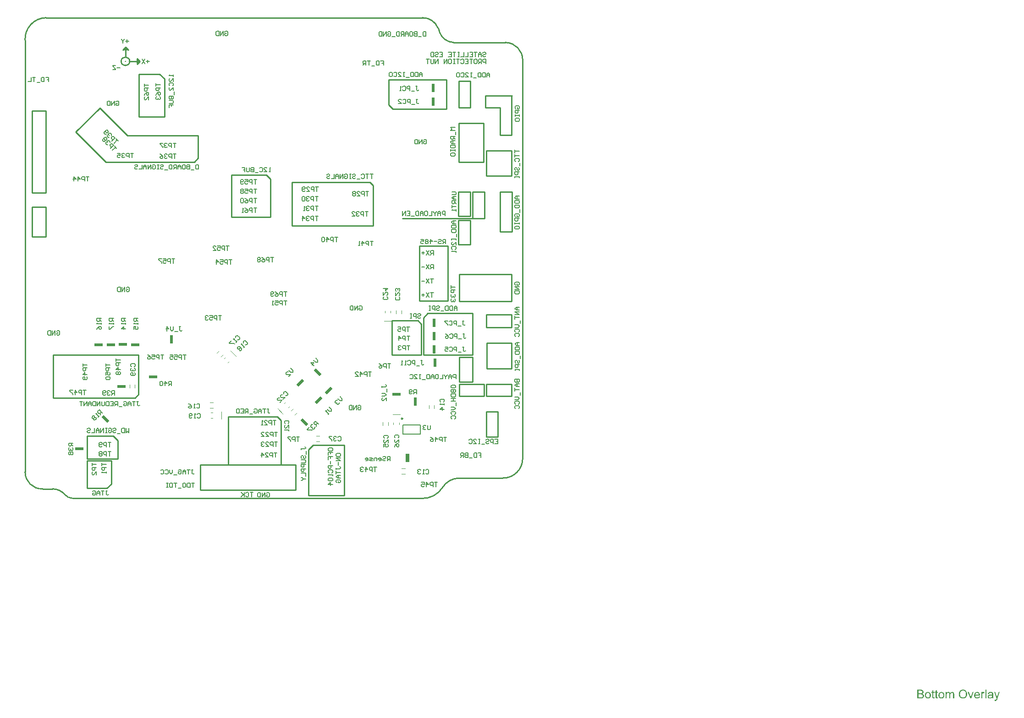
<source format=gbo>
G04*
G04 #@! TF.GenerationSoftware,Altium Limited,Altium Designer,18.1.7 (191)*
G04*
G04 Layer_Color=32896*
%FSLAX25Y25*%
%MOIN*%
G70*
G01*
G75*
%ADD10C,0.01000*%
%ADD12C,0.00984*%
%ADD14C,0.00394*%
%ADD16C,0.00787*%
%ADD18C,0.00700*%
%ADD20R,0.02000X0.06000*%
%ADD21R,0.06000X0.02000*%
%ADD111R,0.02500X0.06000*%
G04:AMPARAMS|DCode=112|XSize=20mil|YSize=60mil|CornerRadius=0mil|HoleSize=0mil|Usage=FLASHONLY|Rotation=225.000|XOffset=0mil|YOffset=0mil|HoleType=Round|Shape=Rectangle|*
%AMROTATEDRECTD112*
4,1,4,-0.01414,0.02828,0.02828,-0.01414,0.01414,-0.02828,-0.02828,0.01414,-0.01414,0.02828,0.0*
%
%ADD112ROTATEDRECTD112*%

G04:AMPARAMS|DCode=113|XSize=20mil|YSize=60mil|CornerRadius=0mil|HoleSize=0mil|Usage=FLASHONLY|Rotation=315.000|XOffset=0mil|YOffset=0mil|HoleType=Round|Shape=Rectangle|*
%AMROTATEDRECTD113*
4,1,4,-0.02828,-0.01414,0.01414,0.02828,0.02828,0.01414,-0.01414,-0.02828,-0.02828,-0.01414,0.0*
%
%ADD113ROTATEDRECTD113*%

G36*
X342452Y642883D02*
X344420Y640914D01*
X342452Y638946D01*
Y642883D01*
D02*
G37*
G36*
X332511Y648887D02*
X334479Y650855D01*
X336448Y648887D01*
X332511D01*
D02*
G37*
G36*
X958706Y181842D02*
X958806Y181823D01*
X958924Y181787D01*
X959052Y181741D01*
X959197Y181677D01*
X959352Y181596D01*
X959070Y180885D01*
X959061Y180894D01*
X959024Y180912D01*
X958970Y180940D01*
X958897Y180967D01*
X958815Y180994D01*
X958715Y181022D01*
X958614Y181040D01*
X958514Y181049D01*
X958469D01*
X958423Y181040D01*
X958359Y181031D01*
X958296Y181012D01*
X958214Y180985D01*
X958132Y180949D01*
X958059Y180894D01*
X958050Y180885D01*
X958022Y180867D01*
X957995Y180830D01*
X957949Y180785D01*
X957904Y180721D01*
X957858Y180648D01*
X957813Y180566D01*
X957776Y180466D01*
X957767Y180448D01*
X957758Y180393D01*
X957740Y180311D01*
X957712Y180202D01*
X957685Y180065D01*
X957667Y179910D01*
X957658Y179746D01*
X957649Y179564D01*
Y177177D01*
X956874D01*
Y181750D01*
X957576D01*
Y181058D01*
X957585Y181067D01*
X957621Y181131D01*
X957667Y181213D01*
X957740Y181313D01*
X957813Y181413D01*
X957895Y181523D01*
X957977Y181614D01*
X958059Y181687D01*
X958068Y181696D01*
X958095Y181714D01*
X958150Y181741D01*
X958204Y181769D01*
X958277Y181796D01*
X958368Y181823D01*
X958459Y181842D01*
X958560Y181851D01*
X958624D01*
X958706Y181842D01*
D02*
G37*
G36*
X935821D02*
X935885D01*
X935949Y181832D01*
X936104Y181805D01*
X936268Y181760D01*
X936441Y181687D01*
X936614Y181596D01*
X936759Y181468D01*
X936778Y181450D01*
X936814Y181395D01*
X936878Y181313D01*
X936905Y181249D01*
X936942Y181185D01*
X936978Y181104D01*
X937006Y181022D01*
X937042Y180930D01*
X937069Y180821D01*
X937088Y180712D01*
X937106Y180584D01*
X937124Y180457D01*
Y180311D01*
Y177177D01*
X936350D01*
Y180047D01*
Y180056D01*
Y180065D01*
Y180120D01*
Y180202D01*
X936341Y180302D01*
X936331Y180411D01*
X936322Y180520D01*
X936304Y180630D01*
X936277Y180712D01*
Y180721D01*
X936259Y180748D01*
X936240Y180785D01*
X936213Y180830D01*
X936176Y180885D01*
X936131Y180940D01*
X936076Y180994D01*
X936003Y181049D01*
X935994Y181058D01*
X935967Y181067D01*
X935931Y181085D01*
X935867Y181113D01*
X935803Y181140D01*
X935721Y181158D01*
X935639Y181167D01*
X935539Y181176D01*
X935493D01*
X935457Y181167D01*
X935366Y181158D01*
X935256Y181140D01*
X935129Y181095D01*
X934992Y181040D01*
X934855Y180958D01*
X934728Y180849D01*
X934719Y180830D01*
X934682Y180785D01*
X934628Y180712D01*
X934573Y180603D01*
X934509Y180457D01*
X934464Y180284D01*
X934427Y180074D01*
X934409Y179828D01*
Y177177D01*
X933635D01*
Y180138D01*
Y180147D01*
Y180165D01*
Y180183D01*
Y180220D01*
X933626Y180320D01*
X933607Y180429D01*
X933589Y180557D01*
X933553Y180684D01*
X933507Y180803D01*
X933444Y180912D01*
X933434Y180921D01*
X933407Y180958D01*
X933362Y180994D01*
X933298Y181049D01*
X933216Y181095D01*
X933106Y181140D01*
X932979Y181167D01*
X932824Y181176D01*
X932769D01*
X932706Y181167D01*
X932633Y181158D01*
X932542Y181131D01*
X932432Y181104D01*
X932332Y181058D01*
X932223Y181003D01*
X932214Y180994D01*
X932177Y180967D01*
X932132Y180930D01*
X932068Y180876D01*
X932004Y180803D01*
X931940Y180712D01*
X931876Y180612D01*
X931822Y180493D01*
X931813Y180475D01*
X931804Y180429D01*
X931785Y180357D01*
X931758Y180256D01*
X931731Y180120D01*
X931713Y179956D01*
X931703Y179764D01*
X931694Y179546D01*
Y177177D01*
X930920D01*
Y181750D01*
X931612D01*
Y181095D01*
X931621Y181113D01*
X931649Y181149D01*
X931703Y181213D01*
X931767Y181286D01*
X931849Y181377D01*
X931949Y181468D01*
X932059Y181559D01*
X932186Y181641D01*
X932205Y181650D01*
X932250Y181677D01*
X932323Y181705D01*
X932423Y181750D01*
X932542Y181787D01*
X932678Y181814D01*
X932833Y181842D01*
X932997Y181851D01*
X933079D01*
X933179Y181842D01*
X933289Y181823D01*
X933425Y181796D01*
X933562Y181760D01*
X933699Y181705D01*
X933826Y181632D01*
X933844Y181623D01*
X933881Y181596D01*
X933935Y181550D01*
X934008Y181477D01*
X934081Y181395D01*
X934163Y181295D01*
X934236Y181176D01*
X934291Y181040D01*
X934300Y181049D01*
X934318Y181076D01*
X934345Y181113D01*
X934391Y181167D01*
X934446Y181231D01*
X934509Y181295D01*
X934582Y181368D01*
X934673Y181450D01*
X934774Y181523D01*
X934874Y181596D01*
X934992Y181659D01*
X935120Y181723D01*
X935256Y181778D01*
X935402Y181814D01*
X935548Y181842D01*
X935712Y181851D01*
X935776D01*
X935821Y181842D01*
D02*
G37*
G36*
X949550Y177177D02*
X948812D01*
X947090Y181750D01*
X947910D01*
X948894Y179008D01*
Y178999D01*
X948903Y178990D01*
X948912Y178963D01*
X948921Y178935D01*
X948949Y178844D01*
X948985Y178726D01*
X949031Y178589D01*
X949085Y178434D01*
X949131Y178261D01*
X949185Y178088D01*
X949195Y178106D01*
X949204Y178152D01*
X949231Y178225D01*
X949258Y178334D01*
X949304Y178453D01*
X949349Y178607D01*
X949413Y178771D01*
X949477Y178954D01*
X950488Y181750D01*
X951290D01*
X949550Y177177D01*
D02*
G37*
G36*
X968681Y177104D02*
Y177095D01*
X968672Y177068D01*
X968654Y177031D01*
X968635Y176986D01*
X968608Y176922D01*
X968581Y176849D01*
X968517Y176694D01*
X968453Y176521D01*
X968380Y176348D01*
X968307Y176193D01*
X968271Y176129D01*
X968244Y176066D01*
X968235Y176048D01*
X968207Y176002D01*
X968162Y175938D01*
X968107Y175856D01*
X968034Y175765D01*
X967952Y175674D01*
X967870Y175583D01*
X967770Y175510D01*
X967761Y175501D01*
X967724Y175483D01*
X967670Y175455D01*
X967588Y175419D01*
X967497Y175382D01*
X967387Y175355D01*
X967269Y175337D01*
X967132Y175328D01*
X967096D01*
X967050Y175337D01*
X966986D01*
X966914Y175355D01*
X966832Y175373D01*
X966741Y175392D01*
X966640Y175428D01*
X966558Y176148D01*
X966567D01*
X966604Y176139D01*
X966649Y176129D01*
X966704Y176111D01*
X966850Y176084D01*
X966996Y176075D01*
X967041D01*
X967087Y176084D01*
X967141D01*
X967278Y176111D01*
X967342Y176139D01*
X967406Y176166D01*
X967415D01*
X967433Y176184D01*
X967460Y176202D01*
X967497Y176230D01*
X967579Y176303D01*
X967651Y176403D01*
Y176412D01*
X967670Y176430D01*
X967688Y176467D01*
X967706Y176521D01*
X967743Y176594D01*
X967779Y176703D01*
X967834Y176831D01*
X967888Y176986D01*
Y176995D01*
X967907Y177031D01*
X967925Y177095D01*
X967961Y177177D01*
X966230Y181750D01*
X967050D01*
X968007Y179099D01*
Y179090D01*
X968016Y179081D01*
X968025Y179054D01*
X968034Y179008D01*
X968052Y178963D01*
X968071Y178908D01*
X968116Y178780D01*
X968171Y178626D01*
X968225Y178443D01*
X968280Y178252D01*
X968335Y178043D01*
Y178052D01*
X968344Y178070D01*
X968353Y178097D01*
X968362Y178134D01*
X968371Y178179D01*
X968389Y178234D01*
X968426Y178371D01*
X968471Y178525D01*
X968535Y178708D01*
X968590Y178890D01*
X968663Y179081D01*
X969647Y181750D01*
X970421D01*
X968681Y177104D01*
D02*
G37*
G36*
X963907Y181842D02*
X964044Y181832D01*
X964199Y181814D01*
X964354Y181787D01*
X964509Y181750D01*
X964654Y181705D01*
X964673Y181696D01*
X964718Y181677D01*
X964782Y181650D01*
X964864Y181614D01*
X964955Y181559D01*
X965046Y181504D01*
X965128Y181431D01*
X965201Y181359D01*
X965210Y181350D01*
X965228Y181322D01*
X965256Y181277D01*
X965292Y181222D01*
X965338Y181140D01*
X965374Y181058D01*
X965411Y180958D01*
X965438Y180839D01*
Y180830D01*
X965447Y180803D01*
X965456Y180748D01*
X965465Y180675D01*
Y180575D01*
X965474Y180457D01*
X965483Y180302D01*
Y180129D01*
Y179090D01*
Y179081D01*
Y179045D01*
Y178990D01*
Y178917D01*
Y178835D01*
Y178735D01*
X965492Y178516D01*
Y178289D01*
X965502Y178061D01*
X965511Y177961D01*
Y177869D01*
X965520Y177787D01*
X965529Y177724D01*
Y177715D01*
X965538Y177678D01*
X965547Y177623D01*
X965574Y177551D01*
X965593Y177469D01*
X965629Y177378D01*
X965675Y177277D01*
X965720Y177177D01*
X964909D01*
X964900Y177186D01*
X964891Y177223D01*
X964873Y177268D01*
X964846Y177341D01*
X964818Y177423D01*
X964800Y177523D01*
X964782Y177633D01*
X964764Y177751D01*
X964754D01*
X964745Y177733D01*
X964691Y177687D01*
X964609Y177623D01*
X964499Y177542D01*
X964363Y177460D01*
X964226Y177368D01*
X964080Y177287D01*
X963925Y177223D01*
X963907Y177214D01*
X963853Y177205D01*
X963771Y177177D01*
X963670Y177150D01*
X963543Y177122D01*
X963397Y177104D01*
X963233Y177086D01*
X963069Y177077D01*
X962996D01*
X962942Y177086D01*
X962878D01*
X962805Y177095D01*
X962641Y177122D01*
X962459Y177168D01*
X962258Y177232D01*
X962076Y177323D01*
X961912Y177441D01*
X961894Y177460D01*
X961849Y177505D01*
X961785Y177587D01*
X961712Y177696D01*
X961639Y177833D01*
X961575Y177988D01*
X961530Y178179D01*
X961520Y178270D01*
X961511Y178380D01*
Y178398D01*
Y178434D01*
X961520Y178498D01*
X961530Y178580D01*
X961548Y178680D01*
X961575Y178780D01*
X961612Y178890D01*
X961657Y178990D01*
X961666Y178999D01*
X961685Y179036D01*
X961721Y179090D01*
X961767Y179154D01*
X961821Y179227D01*
X961894Y179300D01*
X961967Y179373D01*
X962058Y179436D01*
X962067Y179446D01*
X962103Y179464D01*
X962149Y179500D01*
X962222Y179537D01*
X962304Y179573D01*
X962404Y179619D01*
X962504Y179655D01*
X962623Y179692D01*
X962632D01*
X962668Y179701D01*
X962723Y179719D01*
X962796Y179728D01*
X962887Y179746D01*
X963005Y179764D01*
X963142Y179792D01*
X963306Y179810D01*
X963315D01*
X963352Y179819D01*
X963397D01*
X963461Y179828D01*
X963534Y179837D01*
X963625Y179856D01*
X963725Y179865D01*
X963834Y179883D01*
X964053Y179928D01*
X964290Y179974D01*
X964499Y180029D01*
X964600Y180056D01*
X964691Y180083D01*
Y180092D01*
Y180111D01*
X964700Y180165D01*
Y180229D01*
Y180265D01*
Y180284D01*
Y180293D01*
Y180302D01*
Y180357D01*
X964691Y180448D01*
X964673Y180548D01*
X964645Y180657D01*
X964600Y180766D01*
X964545Y180867D01*
X964472Y180949D01*
X964463Y180958D01*
X964417Y180994D01*
X964345Y181031D01*
X964254Y181085D01*
X964126Y181131D01*
X963980Y181176D01*
X963798Y181204D01*
X963589Y181213D01*
X963497D01*
X963406Y181204D01*
X963279Y181185D01*
X963151Y181167D01*
X963015Y181131D01*
X962887Y181085D01*
X962778Y181022D01*
X962769Y181012D01*
X962732Y180985D01*
X962687Y180940D01*
X962632Y180867D01*
X962577Y180776D01*
X962514Y180657D01*
X962459Y180511D01*
X962404Y180347D01*
X961648Y180448D01*
Y180457D01*
X961657Y180466D01*
Y180493D01*
X961666Y180530D01*
X961694Y180612D01*
X961730Y180730D01*
X961776Y180849D01*
X961830Y180976D01*
X961903Y181104D01*
X961985Y181222D01*
X961994Y181231D01*
X962031Y181267D01*
X962085Y181322D01*
X962158Y181395D01*
X962258Y181468D01*
X962377Y181541D01*
X962514Y181623D01*
X962668Y181687D01*
X962677D01*
X962687Y181696D01*
X962714Y181705D01*
X962750Y181714D01*
X962841Y181741D01*
X962969Y181769D01*
X963115Y181796D01*
X963297Y181823D01*
X963488Y181842D01*
X963707Y181851D01*
X963807D01*
X963907Y181842D01*
D02*
G37*
G36*
X960573Y177177D02*
X959799D01*
Y183481D01*
X960573D01*
Y177177D01*
D02*
G37*
G36*
X912955Y183472D02*
X913028D01*
X913192Y183454D01*
X913374Y183436D01*
X913566Y183399D01*
X913757Y183354D01*
X913930Y183290D01*
X913939D01*
X913948Y183281D01*
X914003Y183254D01*
X914085Y183208D01*
X914176Y183144D01*
X914285Y183062D01*
X914404Y182962D01*
X914513Y182834D01*
X914613Y182698D01*
X914622Y182680D01*
X914649Y182625D01*
X914695Y182552D01*
X914741Y182443D01*
X914786Y182315D01*
X914832Y182178D01*
X914859Y182024D01*
X914868Y181869D01*
Y181851D01*
Y181805D01*
X914859Y181723D01*
X914841Y181623D01*
X914814Y181504D01*
X914768Y181377D01*
X914713Y181249D01*
X914640Y181113D01*
X914631Y181095D01*
X914604Y181058D01*
X914549Y180985D01*
X914476Y180912D01*
X914385Y180821D01*
X914276Y180721D01*
X914139Y180630D01*
X913984Y180539D01*
X913994D01*
X914012Y180530D01*
X914039Y180520D01*
X914076Y180502D01*
X914185Y180466D01*
X914312Y180402D01*
X914449Y180320D01*
X914604Y180220D01*
X914741Y180102D01*
X914868Y179956D01*
X914877Y179938D01*
X914914Y179883D01*
X914968Y179801D01*
X915023Y179692D01*
X915078Y179546D01*
X915132Y179391D01*
X915169Y179209D01*
X915178Y179008D01*
Y178999D01*
Y178990D01*
Y178935D01*
X915169Y178844D01*
X915151Y178735D01*
X915132Y178607D01*
X915096Y178471D01*
X915050Y178325D01*
X914987Y178179D01*
X914977Y178161D01*
X914950Y178115D01*
X914914Y178052D01*
X914859Y177961D01*
X914786Y177869D01*
X914713Y177769D01*
X914622Y177669D01*
X914522Y177587D01*
X914513Y177578D01*
X914476Y177551D01*
X914413Y177514D01*
X914331Y177478D01*
X914231Y177423D01*
X914112Y177368D01*
X913984Y177323D01*
X913830Y177277D01*
X913811D01*
X913757Y177259D01*
X913666Y177250D01*
X913547Y177232D01*
X913402Y177214D01*
X913228Y177195D01*
X913037Y177186D01*
X912818Y177177D01*
X910413D01*
Y183481D01*
X912891D01*
X912955Y183472D01*
D02*
G37*
G36*
X924479Y181750D02*
X925263D01*
Y181149D01*
X924479D01*
Y178462D01*
Y178443D01*
Y178407D01*
Y178352D01*
X924488Y178289D01*
X924498Y178143D01*
X924507Y178079D01*
X924516Y178033D01*
X924525Y178015D01*
X924552Y177979D01*
X924589Y177933D01*
X924652Y177888D01*
X924671Y177879D01*
X924716Y177860D01*
X924798Y177842D01*
X924916Y177833D01*
X925008D01*
X925053Y177842D01*
X925117D01*
X925190Y177851D01*
X925263Y177860D01*
X925363Y177177D01*
X925345D01*
X925308Y177168D01*
X925245Y177159D01*
X925163Y177150D01*
X925071Y177132D01*
X924971Y177122D01*
X924771Y177113D01*
X924698D01*
X924625Y177122D01*
X924534Y177132D01*
X924425Y177141D01*
X924315Y177168D01*
X924215Y177195D01*
X924115Y177241D01*
X924106Y177250D01*
X924078Y177268D01*
X924042Y177296D01*
X923987Y177341D01*
X923942Y177387D01*
X923887Y177451D01*
X923832Y177514D01*
X923796Y177596D01*
Y177605D01*
X923778Y177642D01*
X923769Y177706D01*
X923750Y177797D01*
X923732Y177915D01*
X923723Y177988D01*
Y178070D01*
X923714Y178170D01*
X923705Y178270D01*
Y178380D01*
Y178507D01*
Y181149D01*
X923131D01*
Y181750D01*
X923705D01*
Y182880D01*
X924479Y183345D01*
Y181750D01*
D02*
G37*
G36*
X922029D02*
X922812D01*
Y181149D01*
X922029D01*
Y178462D01*
Y178443D01*
Y178407D01*
Y178352D01*
X922038Y178289D01*
X922047Y178143D01*
X922056Y178079D01*
X922065Y178033D01*
X922074Y178015D01*
X922101Y177979D01*
X922138Y177933D01*
X922202Y177888D01*
X922220Y177879D01*
X922266Y177860D01*
X922348Y177842D01*
X922466Y177833D01*
X922557D01*
X922603Y177842D01*
X922666D01*
X922739Y177851D01*
X922812Y177860D01*
X922912Y177177D01*
X922894D01*
X922858Y177168D01*
X922794Y177159D01*
X922712Y177150D01*
X922621Y177132D01*
X922521Y177122D01*
X922320Y177113D01*
X922247D01*
X922174Y177122D01*
X922083Y177132D01*
X921974Y177141D01*
X921865Y177168D01*
X921764Y177195D01*
X921664Y177241D01*
X921655Y177250D01*
X921628Y177268D01*
X921591Y177296D01*
X921537Y177341D01*
X921491Y177387D01*
X921437Y177451D01*
X921382Y177514D01*
X921345Y177596D01*
Y177605D01*
X921327Y177642D01*
X921318Y177706D01*
X921300Y177797D01*
X921282Y177915D01*
X921272Y177988D01*
Y178070D01*
X921263Y178170D01*
X921254Y178270D01*
Y178380D01*
Y178507D01*
Y181149D01*
X920680D01*
Y181750D01*
X921254D01*
Y182880D01*
X922029Y183345D01*
Y181750D01*
D02*
G37*
G36*
X954005Y181842D02*
X954078Y181832D01*
X954169Y181814D01*
X954269Y181796D01*
X954387Y181769D01*
X954497Y181741D01*
X954624Y181696D01*
X954743Y181650D01*
X954870Y181586D01*
X954998Y181514D01*
X955125Y181431D01*
X955244Y181331D01*
X955353Y181222D01*
X955362Y181213D01*
X955380Y181195D01*
X955408Y181158D01*
X955444Y181104D01*
X955490Y181040D01*
X955535Y180967D01*
X955590Y180876D01*
X955645Y180766D01*
X955699Y180648D01*
X955754Y180520D01*
X955799Y180375D01*
X955845Y180220D01*
X955881Y180047D01*
X955909Y179865D01*
X955927Y179673D01*
X955936Y179464D01*
Y179455D01*
Y179418D01*
Y179354D01*
X955927Y179263D01*
X952511D01*
Y179254D01*
Y179227D01*
X952520Y179191D01*
Y179136D01*
X952529Y179072D01*
X952547Y178999D01*
X952575Y178835D01*
X952629Y178653D01*
X952702Y178453D01*
X952802Y178270D01*
X952930Y178106D01*
X952939D01*
X952948Y178088D01*
X953003Y178043D01*
X953085Y177979D01*
X953194Y177915D01*
X953340Y177842D01*
X953504Y177778D01*
X953686Y177733D01*
X953786Y177724D01*
X953895Y177715D01*
X953968D01*
X954050Y177724D01*
X954150Y177742D01*
X954260Y177769D01*
X954387Y177806D01*
X954506Y177860D01*
X954624Y177933D01*
X954633Y177942D01*
X954679Y177979D01*
X954733Y178033D01*
X954797Y178106D01*
X954870Y178207D01*
X954952Y178334D01*
X955034Y178480D01*
X955107Y178653D01*
X955909Y178553D01*
Y178544D01*
X955900Y178525D01*
X955890Y178489D01*
X955872Y178434D01*
X955845Y178380D01*
X955818Y178307D01*
X955745Y178152D01*
X955654Y177979D01*
X955526Y177797D01*
X955380Y177623D01*
X955198Y177460D01*
X955189D01*
X955171Y177441D01*
X955144Y177423D01*
X955107Y177396D01*
X955052Y177368D01*
X954998Y177341D01*
X954925Y177305D01*
X954843Y177268D01*
X954752Y177232D01*
X954661Y177195D01*
X954433Y177141D01*
X954178Y177095D01*
X953895Y177077D01*
X953795D01*
X953731Y177086D01*
X953650Y177095D01*
X953549Y177113D01*
X953440Y177132D01*
X953321Y177150D01*
X953066Y177223D01*
X952930Y177277D01*
X952802Y177332D01*
X952666Y177405D01*
X952538Y177487D01*
X952420Y177578D01*
X952301Y177687D01*
X952292Y177696D01*
X952274Y177715D01*
X952246Y177751D01*
X952210Y177806D01*
X952164Y177869D01*
X952119Y177942D01*
X952064Y178033D01*
X952010Y178134D01*
X951955Y178252D01*
X951900Y178380D01*
X951855Y178525D01*
X951809Y178680D01*
X951773Y178844D01*
X951746Y179026D01*
X951727Y179218D01*
X951718Y179418D01*
Y179427D01*
Y179473D01*
Y179527D01*
X951727Y179610D01*
X951736Y179710D01*
X951746Y179819D01*
X951764Y179947D01*
X951791Y180074D01*
X951864Y180366D01*
X951909Y180511D01*
X951964Y180666D01*
X952037Y180812D01*
X952119Y180949D01*
X952210Y181085D01*
X952310Y181213D01*
X952319Y181222D01*
X952338Y181240D01*
X952374Y181267D01*
X952420Y181313D01*
X952474Y181359D01*
X952547Y181413D01*
X952629Y181477D01*
X952729Y181532D01*
X952830Y181596D01*
X952948Y181650D01*
X953076Y181705D01*
X953212Y181750D01*
X953358Y181796D01*
X953513Y181823D01*
X953677Y181842D01*
X953850Y181851D01*
X953941D01*
X954005Y181842D01*
D02*
G37*
G36*
X928032D02*
X928114Y181832D01*
X928205Y181814D01*
X928305Y181796D01*
X928424Y181778D01*
X928670Y181696D01*
X928797Y181650D01*
X928925Y181586D01*
X929052Y181523D01*
X929180Y181431D01*
X929298Y181340D01*
X929417Y181231D01*
X929426Y181222D01*
X929444Y181204D01*
X929471Y181167D01*
X929508Y181122D01*
X929554Y181058D01*
X929608Y180976D01*
X929663Y180885D01*
X929718Y180785D01*
X929772Y180675D01*
X929827Y180539D01*
X929881Y180402D01*
X929927Y180247D01*
X929963Y180083D01*
X929991Y179910D01*
X930009Y179728D01*
X930018Y179527D01*
Y179518D01*
Y179491D01*
Y179446D01*
Y179382D01*
X930009Y179309D01*
X930000Y179218D01*
Y179127D01*
X929982Y179026D01*
X929954Y178799D01*
X929900Y178571D01*
X929836Y178343D01*
X929745Y178134D01*
Y178125D01*
X929736Y178115D01*
X929718Y178088D01*
X929699Y178052D01*
X929636Y177961D01*
X929554Y177851D01*
X929444Y177724D01*
X929307Y177596D01*
X929153Y177469D01*
X928971Y177350D01*
X928961D01*
X928952Y177341D01*
X928925Y177323D01*
X928879Y177305D01*
X928834Y177287D01*
X928779Y177268D01*
X928642Y177214D01*
X928488Y177168D01*
X928296Y177122D01*
X928096Y177086D01*
X927877Y177077D01*
X927786D01*
X927713Y177086D01*
X927631Y177095D01*
X927540Y177113D01*
X927431Y177132D01*
X927322Y177150D01*
X927076Y177223D01*
X926939Y177277D01*
X926811Y177332D01*
X926684Y177405D01*
X926556Y177487D01*
X926438Y177578D01*
X926319Y177687D01*
X926310Y177696D01*
X926292Y177715D01*
X926265Y177751D01*
X926228Y177806D01*
X926183Y177869D01*
X926137Y177942D01*
X926083Y178033D01*
X926028Y178143D01*
X925973Y178261D01*
X925919Y178398D01*
X925873Y178544D01*
X925828Y178699D01*
X925791Y178872D01*
X925764Y179054D01*
X925745Y179254D01*
X925736Y179464D01*
Y179482D01*
Y179518D01*
X925745Y179582D01*
Y179673D01*
X925755Y179773D01*
X925773Y179901D01*
X925791Y180029D01*
X925828Y180174D01*
X925864Y180320D01*
X925910Y180475D01*
X925964Y180639D01*
X926037Y180794D01*
X926110Y180940D01*
X926210Y181085D01*
X926310Y181222D01*
X926438Y181340D01*
X926447Y181350D01*
X926465Y181359D01*
X926502Y181386D01*
X926547Y181422D01*
X926602Y181459D01*
X926675Y181504D01*
X926748Y181550D01*
X926839Y181596D01*
X926939Y181641D01*
X927048Y181687D01*
X927294Y181769D01*
X927577Y181832D01*
X927722Y181842D01*
X927877Y181851D01*
X927968D01*
X928032Y181842D01*
D02*
G37*
G36*
X918230D02*
X918312Y181832D01*
X918403Y181814D01*
X918503Y181796D01*
X918622Y181778D01*
X918867Y181696D01*
X918995Y181650D01*
X919123Y181586D01*
X919250Y181523D01*
X919378Y181431D01*
X919496Y181340D01*
X919615Y181231D01*
X919624Y181222D01*
X919642Y181204D01*
X919669Y181167D01*
X919706Y181122D01*
X919751Y181058D01*
X919806Y180976D01*
X919860Y180885D01*
X919915Y180785D01*
X919970Y180675D01*
X920024Y180539D01*
X920079Y180402D01*
X920125Y180247D01*
X920161Y180083D01*
X920188Y179910D01*
X920207Y179728D01*
X920216Y179527D01*
Y179518D01*
Y179491D01*
Y179446D01*
Y179382D01*
X920207Y179309D01*
X920197Y179218D01*
Y179127D01*
X920179Y179026D01*
X920152Y178799D01*
X920097Y178571D01*
X920033Y178343D01*
X919942Y178134D01*
Y178125D01*
X919933Y178115D01*
X919915Y178088D01*
X919897Y178052D01*
X919833Y177961D01*
X919751Y177851D01*
X919642Y177724D01*
X919505Y177596D01*
X919350Y177469D01*
X919168Y177350D01*
X919159D01*
X919150Y177341D01*
X919123Y177323D01*
X919077Y177305D01*
X919032Y177287D01*
X918977Y177268D01*
X918840Y177214D01*
X918685Y177168D01*
X918494Y177122D01*
X918293Y177086D01*
X918075Y177077D01*
X917984D01*
X917911Y177086D01*
X917829Y177095D01*
X917738Y177113D01*
X917628Y177132D01*
X917519Y177150D01*
X917273Y177223D01*
X917137Y177277D01*
X917009Y177332D01*
X916881Y177405D01*
X916754Y177487D01*
X916636Y177578D01*
X916517Y177687D01*
X916508Y177696D01*
X916490Y177715D01*
X916462Y177751D01*
X916426Y177806D01*
X916380Y177869D01*
X916335Y177942D01*
X916280Y178033D01*
X916226Y178143D01*
X916171Y178261D01*
X916116Y178398D01*
X916071Y178544D01*
X916025Y178699D01*
X915989Y178872D01*
X915961Y179054D01*
X915943Y179254D01*
X915934Y179464D01*
Y179482D01*
Y179518D01*
X915943Y179582D01*
Y179673D01*
X915952Y179773D01*
X915971Y179901D01*
X915989Y180029D01*
X916025Y180174D01*
X916062Y180320D01*
X916107Y180475D01*
X916162Y180639D01*
X916235Y180794D01*
X916308Y180940D01*
X916408Y181085D01*
X916508Y181222D01*
X916636Y181340D01*
X916645Y181350D01*
X916663Y181359D01*
X916699Y181386D01*
X916745Y181422D01*
X916800Y181459D01*
X916872Y181504D01*
X916945Y181550D01*
X917036Y181596D01*
X917137Y181641D01*
X917246Y181687D01*
X917492Y181769D01*
X917774Y181832D01*
X917920Y181842D01*
X918075Y181851D01*
X918166D01*
X918230Y181842D01*
D02*
G37*
G36*
X943729Y183581D02*
X943811D01*
X943893Y183572D01*
X944002Y183554D01*
X944111Y183536D01*
X944348Y183490D01*
X944621Y183417D01*
X944886Y183308D01*
X945022Y183244D01*
X945159Y183171D01*
X945168Y183162D01*
X945186Y183153D01*
X945223Y183126D01*
X945277Y183099D01*
X945332Y183053D01*
X945405Y182998D01*
X945560Y182871D01*
X945724Y182707D01*
X945906Y182507D01*
X946079Y182270D01*
X946225Y182005D01*
Y181996D01*
X946243Y181969D01*
X946261Y181933D01*
X946280Y181878D01*
X946316Y181805D01*
X946343Y181723D01*
X946380Y181623D01*
X946416Y181514D01*
X946443Y181395D01*
X946480Y181267D01*
X946516Y181122D01*
X946544Y180976D01*
X946580Y180657D01*
X946598Y180311D01*
Y180302D01*
Y180265D01*
Y180220D01*
X946589Y180147D01*
Y180065D01*
X946580Y179965D01*
X946562Y179856D01*
X946553Y179737D01*
X946507Y179473D01*
X946434Y179181D01*
X946334Y178890D01*
X946280Y178744D01*
X946207Y178598D01*
Y178589D01*
X946188Y178562D01*
X946170Y178525D01*
X946134Y178471D01*
X946097Y178407D01*
X946052Y178343D01*
X945924Y178170D01*
X945769Y177988D01*
X945587Y177797D01*
X945368Y177614D01*
X945113Y177451D01*
X945104D01*
X945086Y177432D01*
X945041Y177414D01*
X944986Y177387D01*
X944922Y177359D01*
X944849Y177332D01*
X944758Y177296D01*
X944658Y177259D01*
X944549Y177223D01*
X944430Y177186D01*
X944166Y177132D01*
X943884Y177086D01*
X943583Y177068D01*
X943492D01*
X943437Y177077D01*
X943355D01*
X943264Y177095D01*
X943164Y177104D01*
X943045Y177122D01*
X942799Y177177D01*
X942535Y177250D01*
X942262Y177359D01*
X942125Y177423D01*
X941989Y177496D01*
X941980Y177505D01*
X941961Y177514D01*
X941925Y177542D01*
X941870Y177578D01*
X941816Y177614D01*
X941752Y177669D01*
X941597Y177806D01*
X941424Y177970D01*
X941242Y178170D01*
X941078Y178398D01*
X940923Y178662D01*
Y178671D01*
X940905Y178699D01*
X940886Y178735D01*
X940868Y178790D01*
X940841Y178863D01*
X940814Y178945D01*
X940777Y179036D01*
X940750Y179136D01*
X940713Y179254D01*
X940677Y179373D01*
X940622Y179646D01*
X940586Y179928D01*
X940567Y180238D01*
Y180247D01*
Y180256D01*
Y180311D01*
X940577Y180393D01*
Y180502D01*
X940595Y180630D01*
X940613Y180785D01*
X940640Y180958D01*
X940677Y181140D01*
X940713Y181331D01*
X940768Y181532D01*
X940841Y181732D01*
X940923Y181942D01*
X941014Y182142D01*
X941132Y182343D01*
X941260Y182525D01*
X941406Y182698D01*
X941415Y182707D01*
X941442Y182734D01*
X941497Y182780D01*
X941560Y182834D01*
X941642Y182907D01*
X941743Y182980D01*
X941861Y183062D01*
X941998Y183144D01*
X942144Y183226D01*
X942307Y183308D01*
X942490Y183381D01*
X942681Y183454D01*
X942890Y183509D01*
X943109Y183554D01*
X943337Y183581D01*
X943583Y183591D01*
X943665D01*
X943729Y183581D01*
D02*
G37*
%LPC*%
G36*
X964700Y179473D02*
X964691D01*
X964682Y179464D01*
X964654Y179455D01*
X964618Y179446D01*
X964572Y179427D01*
X964518Y179409D01*
X964454Y179391D01*
X964381Y179373D01*
X964299Y179345D01*
X964199Y179327D01*
X964099Y179300D01*
X963980Y179272D01*
X963853Y179245D01*
X963725Y179218D01*
X963579Y179200D01*
X963424Y179172D01*
X963406D01*
X963352Y179163D01*
X963260Y179145D01*
X963160Y179127D01*
X963051Y179109D01*
X962942Y179081D01*
X962841Y179054D01*
X962750Y179017D01*
X962741D01*
X962714Y178999D01*
X962677Y178981D01*
X962641Y178954D01*
X962532Y178881D01*
X962441Y178771D01*
Y178762D01*
X962422Y178744D01*
X962413Y178708D01*
X962395Y178662D01*
X962377Y178607D01*
X962359Y178553D01*
X962350Y178480D01*
X962340Y178407D01*
Y178398D01*
Y178352D01*
X962350Y178298D01*
X962368Y178225D01*
X962395Y178143D01*
X962441Y178061D01*
X962495Y177970D01*
X962568Y177888D01*
X962577Y177879D01*
X962614Y177860D01*
X962668Y177824D01*
X962741Y177787D01*
X962841Y177751D01*
X962960Y177715D01*
X963097Y177696D01*
X963260Y177687D01*
X963333D01*
X963424Y177696D01*
X963525Y177715D01*
X963652Y177733D01*
X963780Y177769D01*
X963916Y177815D01*
X964053Y177879D01*
X964071Y177888D01*
X964108Y177915D01*
X964172Y177961D01*
X964244Y178024D01*
X964326Y178097D01*
X964417Y178188D01*
X964490Y178298D01*
X964563Y178416D01*
X964572Y178425D01*
X964581Y178462D01*
X964600Y178525D01*
X964627Y178607D01*
X964654Y178717D01*
X964673Y178844D01*
X964682Y178999D01*
X964691Y179181D01*
X964700Y179473D01*
D02*
G37*
G36*
X912746Y182734D02*
X911252D01*
Y180839D01*
X912800D01*
X912919Y180849D01*
X913046Y180858D01*
X913174Y180867D01*
X913301Y180885D01*
X913402Y180903D01*
X913420Y180912D01*
X913456Y180921D01*
X913511Y180949D01*
X913584Y180985D01*
X913657Y181022D01*
X913739Y181076D01*
X913820Y181149D01*
X913884Y181222D01*
X913893Y181231D01*
X913912Y181258D01*
X913939Y181313D01*
X913966Y181377D01*
X913994Y181450D01*
X914021Y181541D01*
X914039Y181650D01*
X914048Y181769D01*
Y181787D01*
Y181823D01*
X914039Y181878D01*
X914030Y181951D01*
X914012Y182042D01*
X913984Y182133D01*
X913948Y182224D01*
X913893Y182315D01*
X913884Y182324D01*
X913866Y182352D01*
X913830Y182397D01*
X913784Y182443D01*
X913720Y182497D01*
X913647Y182552D01*
X913556Y182607D01*
X913456Y182643D01*
X913447D01*
X913402Y182661D01*
X913338Y182670D01*
X913237Y182689D01*
X913101Y182707D01*
X912946Y182716D01*
X912746Y182734D01*
D02*
G37*
G36*
X912910Y180092D02*
X911252D01*
Y177924D01*
X913046D01*
X913237Y177933D01*
X913319Y177942D01*
X913392Y177952D01*
X913402D01*
X913438Y177961D01*
X913493Y177970D01*
X913556Y177988D01*
X913711Y178043D01*
X913866Y178115D01*
X913875Y178125D01*
X913902Y178143D01*
X913939Y178170D01*
X913984Y178207D01*
X914030Y178261D01*
X914094Y178316D01*
X914139Y178389D01*
X914194Y178471D01*
X914203Y178480D01*
X914212Y178507D01*
X914231Y178562D01*
X914258Y178626D01*
X914285Y178699D01*
X914303Y178790D01*
X914312Y178899D01*
X914322Y179008D01*
Y179026D01*
Y179063D01*
X914312Y179136D01*
X914294Y179218D01*
X914276Y179309D01*
X914240Y179409D01*
X914194Y179509D01*
X914130Y179610D01*
X914121Y179619D01*
X914094Y179655D01*
X914057Y179701D01*
X914003Y179755D01*
X913930Y179819D01*
X913839Y179883D01*
X913739Y179938D01*
X913620Y179983D01*
X913602Y179992D01*
X913566Y180001D01*
X913484Y180019D01*
X913383Y180038D01*
X913256Y180056D01*
X913101Y180074D01*
X912910Y180092D01*
D02*
G37*
G36*
X953859Y181213D02*
X953804D01*
X953768Y181204D01*
X953668Y181195D01*
X953549Y181167D01*
X953403Y181122D01*
X953249Y181058D01*
X953103Y180967D01*
X952957Y180849D01*
X952939Y180830D01*
X952902Y180785D01*
X952839Y180703D01*
X952775Y180593D01*
X952702Y180466D01*
X952638Y180302D01*
X952584Y180111D01*
X952556Y179901D01*
X955116D01*
Y179910D01*
Y179928D01*
X955107Y179956D01*
Y179992D01*
X955089Y180102D01*
X955062Y180220D01*
X955016Y180366D01*
X954970Y180502D01*
X954897Y180639D01*
X954815Y180757D01*
Y180766D01*
X954797Y180776D01*
X954752Y180830D01*
X954670Y180903D01*
X954560Y180985D01*
X954424Y181067D01*
X954260Y181140D01*
X954068Y181195D01*
X953968Y181204D01*
X953859Y181213D01*
D02*
G37*
G36*
X927877D02*
X927823D01*
X927777Y181204D01*
X927677Y181195D01*
X927540Y181158D01*
X927385Y181104D01*
X927221Y181031D01*
X927067Y180921D01*
X926985Y180849D01*
X926912Y180776D01*
Y180766D01*
X926893Y180757D01*
X926875Y180730D01*
X926848Y180694D01*
X926820Y180648D01*
X926793Y180593D01*
X926757Y180520D01*
X926720Y180448D01*
X926684Y180357D01*
X926647Y180265D01*
X926620Y180156D01*
X926593Y180038D01*
X926565Y179910D01*
X926547Y179773D01*
X926538Y179619D01*
X926529Y179464D01*
Y179455D01*
Y179427D01*
Y179382D01*
X926538Y179318D01*
Y179245D01*
X926547Y179163D01*
X926575Y178972D01*
X926620Y178753D01*
X926693Y178534D01*
X926784Y178325D01*
X926848Y178234D01*
X926912Y178143D01*
X926921D01*
X926930Y178125D01*
X926985Y178079D01*
X927067Y178006D01*
X927176Y177933D01*
X927312Y177851D01*
X927476Y177778D01*
X927668Y177733D01*
X927768Y177724D01*
X927877Y177715D01*
X927932D01*
X927977Y177724D01*
X928078Y177742D01*
X928214Y177769D01*
X928360Y177824D01*
X928524Y177897D01*
X928679Y178006D01*
X928761Y178079D01*
X928834Y178152D01*
X928843Y178161D01*
X928852Y178170D01*
X928870Y178198D01*
X928898Y178234D01*
X928925Y178279D01*
X928961Y178334D01*
X928998Y178407D01*
X929034Y178480D01*
X929071Y178571D01*
X929098Y178671D01*
X929134Y178780D01*
X929162Y178899D01*
X929189Y179036D01*
X929207Y179172D01*
X929226Y179327D01*
Y179491D01*
Y179500D01*
Y179527D01*
Y179573D01*
X929216Y179628D01*
Y179701D01*
X929207Y179783D01*
X929180Y179974D01*
X929134Y180174D01*
X929062Y180393D01*
X928961Y180593D01*
X928907Y180694D01*
X928834Y180776D01*
Y180785D01*
X928816Y180794D01*
X928761Y180849D01*
X928679Y180912D01*
X928570Y180994D01*
X928433Y181076D01*
X928269Y181149D01*
X928087Y181195D01*
X927987Y181204D01*
X927877Y181213D01*
D02*
G37*
G36*
X918075D02*
X918020D01*
X917975Y181204D01*
X917875Y181195D01*
X917738Y181158D01*
X917583Y181104D01*
X917419Y181031D01*
X917264Y180921D01*
X917182Y180849D01*
X917109Y180776D01*
Y180766D01*
X917091Y180757D01*
X917073Y180730D01*
X917045Y180694D01*
X917018Y180648D01*
X916991Y180593D01*
X916954Y180520D01*
X916918Y180448D01*
X916881Y180357D01*
X916845Y180265D01*
X916818Y180156D01*
X916790Y180038D01*
X916763Y179910D01*
X916745Y179773D01*
X916736Y179619D01*
X916727Y179464D01*
Y179455D01*
Y179427D01*
Y179382D01*
X916736Y179318D01*
Y179245D01*
X916745Y179163D01*
X916772Y178972D01*
X916818Y178753D01*
X916891Y178534D01*
X916982Y178325D01*
X917045Y178234D01*
X917109Y178143D01*
X917118D01*
X917128Y178125D01*
X917182Y178079D01*
X917264Y178006D01*
X917373Y177933D01*
X917510Y177851D01*
X917674Y177778D01*
X917865Y177733D01*
X917966Y177724D01*
X918075Y177715D01*
X918130D01*
X918175Y177724D01*
X918275Y177742D01*
X918412Y177769D01*
X918558Y177824D01*
X918722Y177897D01*
X918877Y178006D01*
X918959Y178079D01*
X919032Y178152D01*
X919041Y178161D01*
X919050Y178170D01*
X919068Y178198D01*
X919095Y178234D01*
X919123Y178279D01*
X919159Y178334D01*
X919195Y178407D01*
X919232Y178480D01*
X919268Y178571D01*
X919296Y178671D01*
X919332Y178780D01*
X919359Y178899D01*
X919387Y179036D01*
X919405Y179172D01*
X919423Y179327D01*
Y179491D01*
Y179500D01*
Y179527D01*
Y179573D01*
X919414Y179628D01*
Y179701D01*
X919405Y179783D01*
X919378Y179974D01*
X919332Y180174D01*
X919259Y180393D01*
X919159Y180593D01*
X919104Y180694D01*
X919032Y180776D01*
Y180785D01*
X919013Y180794D01*
X918959Y180849D01*
X918877Y180912D01*
X918767Y180994D01*
X918631Y181076D01*
X918467Y181149D01*
X918284Y181195D01*
X918184Y181204D01*
X918075Y181213D01*
D02*
G37*
G36*
X943583Y182871D02*
X943501D01*
X943437Y182862D01*
X943355Y182853D01*
X943273Y182834D01*
X943173Y182816D01*
X943064Y182798D01*
X942827Y182725D01*
X942699Y182670D01*
X942572Y182616D01*
X942435Y182543D01*
X942307Y182461D01*
X942180Y182370D01*
X942062Y182261D01*
X942052Y182251D01*
X942034Y182233D01*
X942007Y182197D01*
X941961Y182142D01*
X941916Y182078D01*
X941861Y181996D01*
X941807Y181896D01*
X941743Y181778D01*
X941688Y181650D01*
X941624Y181495D01*
X941570Y181331D01*
X941524Y181149D01*
X941479Y180949D01*
X941451Y180721D01*
X941433Y180484D01*
X941424Y180229D01*
Y180220D01*
Y180183D01*
Y180120D01*
X941433Y180038D01*
X941442Y179947D01*
X941460Y179837D01*
X941479Y179710D01*
X941497Y179582D01*
X941570Y179291D01*
X941624Y179145D01*
X941679Y178990D01*
X941752Y178844D01*
X941834Y178699D01*
X941925Y178562D01*
X942034Y178434D01*
X942043Y178425D01*
X942062Y178407D01*
X942098Y178371D01*
X942144Y178334D01*
X942207Y178279D01*
X942280Y178225D01*
X942362Y178170D01*
X942453Y178106D01*
X942563Y178043D01*
X942681Y177988D01*
X942809Y177933D01*
X942945Y177879D01*
X943091Y177842D01*
X943237Y177806D01*
X943401Y177787D01*
X943574Y177778D01*
X943619D01*
X943665Y177787D01*
X943729D01*
X943811Y177797D01*
X943902Y177815D01*
X944011Y177833D01*
X944120Y177860D01*
X944248Y177897D01*
X944366Y177942D01*
X944503Y177988D01*
X944631Y178052D01*
X944758Y178134D01*
X944886Y178216D01*
X945013Y178316D01*
X945132Y178434D01*
X945141Y178443D01*
X945159Y178462D01*
X945186Y178507D01*
X945232Y178562D01*
X945277Y178626D01*
X945323Y178708D01*
X945378Y178808D01*
X945441Y178917D01*
X945496Y179045D01*
X945551Y179191D01*
X945596Y179345D01*
X945651Y179509D01*
X945687Y179692D01*
X945715Y179892D01*
X945733Y180102D01*
X945742Y180320D01*
Y180329D01*
Y180357D01*
Y180393D01*
Y180448D01*
X945733Y180511D01*
Y180593D01*
X945724Y180675D01*
X945706Y180776D01*
X945678Y180985D01*
X945633Y181204D01*
X945569Y181441D01*
X945478Y181659D01*
Y181668D01*
X945469Y181687D01*
X945450Y181714D01*
X945432Y181750D01*
X945368Y181860D01*
X945286Y181987D01*
X945177Y182133D01*
X945041Y182279D01*
X944886Y182424D01*
X944713Y182552D01*
X944703D01*
X944694Y182570D01*
X944667Y182579D01*
X944621Y182607D01*
X944576Y182625D01*
X944521Y182652D01*
X944385Y182716D01*
X944221Y182771D01*
X944029Y182825D01*
X943811Y182862D01*
X943583Y182871D01*
D02*
G37*
%LPD*%
D10*
X334618Y640914D02*
G03*
X334618Y640914I-139J0D01*
G01*
X337570D02*
G03*
X337570Y640914I-3091J0D01*
G01*
X458169Y337795D02*
Y347323D01*
X447539D02*
X458169D01*
Y328740D02*
Y337795D01*
X414567Y328740D02*
X458169D01*
X388779D02*
X414567D01*
X388779D02*
Y347323D01*
X409154D01*
X612776Y615827D02*
X615472D01*
X596323Y607264D02*
X606791D01*
X615433Y587284D02*
Y615827D01*
X606791Y587284D02*
Y607264D01*
Y587284D02*
X615433D01*
X596323Y615827D02*
X615472D01*
X596323Y607264D02*
Y615827D01*
X276693Y513091D02*
Y534941D01*
X266772Y513091D02*
Y534941D01*
Y513091D02*
X276693D01*
X266772Y534941D02*
X276693D01*
Y545079D02*
Y604862D01*
X266772Y545079D02*
Y604862D01*
X276693D01*
X266772Y545079D02*
X276693D01*
X337570Y640914D02*
X344912D01*
X342944Y642883D02*
X344912Y640914D01*
X342944Y638946D02*
X344912Y640914D01*
X334479Y644005D02*
Y651347D01*
X332511Y649379D02*
X334479Y651347D01*
X336448Y649379D01*
X595472Y526673D02*
Y535039D01*
X587106Y526673D02*
X595472D01*
X535827D02*
X587106D01*
Y545866D01*
X576772Y528150D02*
X585335D01*
Y545965D01*
X576772Y525098D02*
X585335D01*
X576772Y507461D02*
X585335D01*
X576772D02*
Y525098D01*
X585335Y507461D02*
Y525098D01*
X548327Y506496D02*
X568976D01*
Y466634D02*
Y506496D01*
X548327Y466634D02*
X568976D01*
X548327D02*
Y506496D01*
X362894Y600689D02*
Y628051D01*
X359350Y631595D02*
X362894Y628051D01*
X344390Y631595D02*
X359350D01*
X526083Y609252D02*
Y627461D01*
Y609252D02*
X529035Y606299D01*
X567815D01*
X576772Y545965D02*
X585335D01*
X576772Y528150D02*
Y545965D01*
X526083Y627461D02*
X567815D01*
X576870Y607283D02*
X585433D01*
X576870D02*
Y626433D01*
X585433D01*
Y607283D02*
Y626433D01*
X615551Y516732D02*
Y545866D01*
X606988D02*
X615551D01*
X606988Y516732D02*
Y545866D01*
Y516732D02*
X615551D01*
X597146Y417323D02*
X615256D01*
Y435728D01*
X597146D02*
X615256D01*
X597146Y417323D02*
Y435728D01*
X549606Y427067D02*
Y449705D01*
X547244Y452067D02*
X549606Y449705D01*
X528150Y452067D02*
X547244D01*
X577165Y407382D02*
Y409252D01*
X528150Y427067D02*
X549606D01*
X587008Y407382D02*
Y425492D01*
X577165D02*
X587008D01*
X577165Y409252D02*
Y425492D01*
Y407382D02*
X587008D01*
X605413Y367421D02*
Y385728D01*
X596850D02*
X605413D01*
X596850Y367421D02*
Y385728D01*
Y367421D02*
X605413D01*
X576870Y567421D02*
X594980D01*
Y595866D01*
X576870D02*
X594980D01*
X576870Y567421D02*
Y595866D01*
X597047Y557382D02*
Y575787D01*
X615158D01*
Y557382D02*
Y575787D01*
X597047Y557382D02*
X615158D01*
X587106Y545866D02*
X595472D01*
Y535039D02*
Y545866D01*
X597047Y447047D02*
Y456693D01*
X615158D01*
Y447047D02*
Y456693D01*
X597047Y447047D02*
X615158D01*
Y466240D02*
Y485728D01*
X577165Y466240D02*
X615158D01*
X577165D02*
Y485728D01*
X615158D01*
X597047Y397342D02*
X615158D01*
Y405807D01*
X597047D02*
X615158D01*
X597047Y397342D02*
Y405807D01*
X577165Y397342D02*
Y405807D01*
X595177D01*
Y397342D02*
Y405807D01*
X577165Y397342D02*
X595177D01*
X471063Y361417D02*
X493504D01*
X467717Y358071D02*
X471063Y361417D01*
X467717Y324902D02*
Y358071D01*
Y324902D02*
X493504D01*
Y361417D01*
X554429Y457382D02*
X587106D01*
X551181Y454134D02*
X554429Y457382D01*
X551181Y427067D02*
Y454134D01*
Y427067D02*
X587106D01*
Y457382D01*
X567815Y606299D02*
Y627461D01*
X528150Y427067D02*
Y452067D01*
X324114Y333366D02*
Y350098D01*
X321063Y330315D02*
X324114Y333366D01*
X306693Y330315D02*
X321063D01*
X343996Y398425D02*
Y427362D01*
X341535Y395965D02*
X343996Y398425D01*
X281988Y395965D02*
X341535D01*
X387402Y570472D02*
Y586811D01*
X384449Y567520D02*
X387402Y570472D01*
X320177Y567520D02*
X384449D01*
X298228Y589468D02*
X320177Y567520D01*
X298228Y589468D02*
X315797Y607037D01*
X336024Y586811D01*
X387402D01*
X409154Y382185D02*
X444783D01*
X447539Y379429D01*
Y347323D02*
Y379429D01*
X409154Y347323D02*
X447539D01*
X409154D02*
Y382185D01*
X306693Y368110D02*
X325689D01*
X328839Y364961D01*
Y351673D02*
Y364961D01*
X306693Y351673D02*
X328839D01*
X306693D02*
Y368110D01*
Y330315D02*
Y350098D01*
X324114D01*
X281988Y427362D02*
X343996D01*
X281988Y395965D02*
Y427362D01*
X344390Y600689D02*
Y631595D01*
Y600689D02*
X362894D01*
X439854Y527461D02*
Y555126D01*
X436909Y558071D02*
X439854Y555126D01*
X411614Y558071D02*
X436909D01*
X514764Y521063D02*
Y550492D01*
X512303Y552953D02*
X514764Y550492D01*
X455512Y552953D02*
X512303D01*
X411614Y527461D02*
Y558071D01*
Y527461D02*
X439854D01*
X455512Y521063D02*
Y552953D01*
Y521063D02*
X514764D01*
X276626Y672654D02*
G03*
X261531Y656264I435J-15546D01*
G01*
X561803Y665073D02*
G03*
X550626Y672654I-11018J-4215D01*
G01*
X563022Y661886D02*
G03*
X573076Y654642I10532J4019D01*
G01*
X623365Y641708D02*
G03*
X610925Y654642I-12687J247D01*
G01*
X609075Y337545D02*
G03*
X623365Y351914I30J14260D01*
G01*
X577417Y337545D02*
G03*
X565059Y330674I31J-14604D01*
G01*
X550000Y322736D02*
G03*
X565059Y330674I661J17000D01*
G01*
X290174Y325762D02*
G03*
X296457Y322736I6097J4625D01*
G01*
X290271Y325688D02*
G03*
X281693Y329653I-8805J-7785D01*
G01*
X261532Y341993D02*
G03*
X274182Y329653I12282J-63D01*
G01*
X561803Y665073D02*
X563022Y661886D01*
X276626Y672654D02*
X550785D01*
X573076Y654642D02*
X577020D01*
X610925D01*
X623365Y351914D02*
Y641708D01*
X577417Y337545D02*
X609105D01*
X296457Y322736D02*
X550000D01*
X274182Y329653D02*
X281693D01*
X261531Y656264D02*
X261532Y341993D01*
D12*
X536122Y380807D02*
G03*
X536122Y380807I-492J0D01*
G01*
D14*
X337500Y403160D02*
Y405523D01*
X341437Y403160D02*
Y405523D01*
X473228Y368307D02*
X475591D01*
X473228Y364370D02*
X475591D01*
X535433Y340551D02*
X537795D01*
X535433Y344488D02*
X537795D01*
X559055Y388189D02*
Y390551D01*
X555118Y388189D02*
Y390551D01*
X395866Y388583D02*
X398228D01*
X395866Y392520D02*
X398228D01*
X403878Y425746D02*
X405549Y427416D01*
X401095Y428530D02*
X402765Y430200D01*
X406223Y424498D02*
X407197Y425472D01*
X411095Y430205D02*
X414923Y426377D01*
X409076Y421644D02*
X410051Y422619D01*
X396654Y381299D02*
X398031D01*
X404134Y380512D02*
Y385925D01*
X396654Y385335D02*
X398031D01*
X454784Y386384D02*
X456454Y388054D01*
X457568Y383600D02*
X459238Y385270D01*
X452867Y388996D02*
X453841Y389970D01*
X445142Y388091D02*
X448970Y384264D01*
X450014Y391850D02*
X450988Y392824D01*
X531201Y457087D02*
Y459449D01*
X535138Y457087D02*
Y459449D01*
X527362Y457972D02*
Y459350D01*
X522539Y451870D02*
X527953D01*
X523327Y457972D02*
Y459350D01*
X525591Y375984D02*
Y378346D01*
X521654Y375984D02*
Y378346D01*
X533465Y376476D02*
Y377854D01*
X528839Y383957D02*
X534252D01*
X529429Y376476D02*
Y377854D01*
D16*
X536221Y376279D02*
X548819D01*
X536221Y369390D02*
X548819D01*
X536221D02*
Y376279D01*
X548819Y369390D02*
Y376279D01*
D18*
X618397Y606316D02*
X617864Y606849D01*
Y607915D01*
X618397Y608448D01*
X620530D01*
X621063Y607915D01*
Y606849D01*
X620530Y606316D01*
X619463D01*
Y607382D01*
X621063Y605249D02*
X617864D01*
Y603650D01*
X618397Y603117D01*
X619463D01*
X619997Y603650D01*
Y605249D01*
X617864Y602050D02*
Y600984D01*
Y601517D01*
X621063D01*
Y602050D01*
Y600984D01*
X617864Y597785D02*
Y598851D01*
X618397Y599384D01*
X620530D01*
X621063Y598851D01*
Y597785D01*
X620530Y597252D01*
X618397D01*
X617864Y597785D01*
X336841Y655703D02*
X334709D01*
X335775Y656769D02*
Y654637D01*
X333643Y657302D02*
Y656769D01*
X332576Y655703D01*
X331510Y656769D01*
Y657302D01*
X332576Y655703D02*
Y654103D01*
X330542Y636313D02*
X328410D01*
X327343Y637913D02*
X325211D01*
Y637380D01*
X327343Y635247D01*
Y634714D01*
X325211D01*
X351802Y640939D02*
X349669D01*
X350736Y642005D02*
Y639873D01*
X348603Y642539D02*
X346470Y639340D01*
Y642539D02*
X348603Y639340D01*
X567421Y508169D02*
Y511368D01*
X565822D01*
X565289Y510835D01*
Y509769D01*
X565822Y509236D01*
X567421D01*
X566355D02*
X565289Y508169D01*
X562090Y510835D02*
X562623Y511368D01*
X563689D01*
X564222Y510835D01*
Y510302D01*
X563689Y509769D01*
X562623D01*
X562090Y509236D01*
Y508703D01*
X562623Y508169D01*
X563689D01*
X564222Y508703D01*
X561023Y509769D02*
X558891D01*
X556225Y508169D02*
Y511368D01*
X557824Y509769D01*
X555692D01*
X554625Y510835D02*
X554092Y511368D01*
X553026D01*
X552493Y510835D01*
Y510302D01*
X553026Y509769D01*
X552493Y509236D01*
Y508703D01*
X553026Y508169D01*
X554092D01*
X554625Y508703D01*
Y509236D01*
X554092Y509769D01*
X554625Y510302D01*
Y510835D01*
X554092Y509769D02*
X553026D01*
X549294Y511368D02*
X551426D01*
Y509769D01*
X550360Y510302D01*
X549827D01*
X549294Y509769D01*
Y508703D01*
X549827Y508169D01*
X550893D01*
X551426Y508703D01*
X620866Y542717D02*
X618734D01*
X617667Y541650D01*
X618734Y540584D01*
X620866D01*
X619267D01*
Y542717D01*
X617667Y539518D02*
X620866D01*
Y537918D01*
X620333Y537385D01*
X618200D01*
X617667Y537918D01*
Y539518D01*
Y536319D02*
X620866D01*
Y534719D01*
X620333Y534186D01*
X618200D01*
X617667Y534719D01*
Y536319D01*
X621399Y533120D02*
Y530987D01*
X618200Y527788D02*
X617667Y528321D01*
Y529388D01*
X618200Y529921D01*
X620333D01*
X620866Y529388D01*
Y528321D01*
X620333Y527788D01*
X619267D01*
Y528854D01*
X620866Y526722D02*
X617667D01*
Y525122D01*
X618200Y524589D01*
X619267D01*
X619800Y525122D01*
Y526722D01*
X617667Y523523D02*
Y522456D01*
Y522990D01*
X620866D01*
Y523523D01*
Y522456D01*
X617667Y519257D02*
Y520324D01*
X618200Y520857D01*
X620333D01*
X620866Y520324D01*
Y519257D01*
X620333Y518724D01*
X618200D01*
X617667Y519257D01*
X558447Y472526D02*
X556315D01*
X557381D01*
Y469327D01*
X555248Y472526D02*
X553116Y469327D01*
Y472526D02*
X555248Y469327D01*
X552049Y470926D02*
X549917D01*
X550983Y471992D02*
Y469860D01*
X558447Y482628D02*
X556315D01*
X557381D01*
Y479429D01*
X555248Y482628D02*
X553116Y479429D01*
Y482628D02*
X555248Y479429D01*
X552049Y481029D02*
X549917D01*
X558447Y489764D02*
Y492963D01*
X556848D01*
X556315Y492430D01*
Y491363D01*
X556848Y490830D01*
X558447D01*
X557381D02*
X556315Y489764D01*
X555248Y492963D02*
X553116Y489764D01*
Y492963D02*
X555248Y489764D01*
X552049Y491363D02*
X549917D01*
X276509Y629282D02*
X278642D01*
Y627682D01*
X277575D01*
X278642D01*
Y626083D01*
X275443Y629282D02*
Y626083D01*
X273843D01*
X273310Y626616D01*
Y628749D01*
X273843Y629282D01*
X275443D01*
X272244Y625550D02*
X270111D01*
X269045Y629282D02*
X266912D01*
X267979D01*
Y626083D01*
X265846Y629282D02*
Y626083D01*
X263713D01*
X520013Y641290D02*
X522146D01*
Y639690D01*
X521079D01*
X522146D01*
Y638091D01*
X518947Y641290D02*
Y638091D01*
X517347D01*
X516814Y638624D01*
Y640756D01*
X517347Y641290D01*
X518947D01*
X515748Y637557D02*
X513615D01*
X512549Y641290D02*
X510416D01*
X511482D01*
Y638091D01*
X509350D02*
Y641290D01*
X507750D01*
X507217Y640756D01*
Y639690D01*
X507750Y639157D01*
X509350D01*
X508284D02*
X507217Y638091D01*
X590978Y355856D02*
X593110D01*
Y354257D01*
X592044D01*
X593110D01*
Y352658D01*
X589911Y355856D02*
Y352658D01*
X588312D01*
X587779Y353191D01*
Y355323D01*
X588312Y355856D01*
X589911D01*
X586712Y352124D02*
X584580D01*
X583513Y355856D02*
Y352658D01*
X581914D01*
X581381Y353191D01*
Y353724D01*
X581914Y354257D01*
X583513D01*
X581914D01*
X581381Y354790D01*
Y355323D01*
X581914Y355856D01*
X583513D01*
X580314Y352658D02*
Y355856D01*
X578715D01*
X578182Y355323D01*
Y354257D01*
X578715Y353724D01*
X580314D01*
X579248D02*
X578182Y352658D01*
X335171Y475993D02*
X335704Y476526D01*
X336770D01*
X337303Y475993D01*
Y473860D01*
X336770Y473327D01*
X335704D01*
X335171Y473860D01*
Y474926D01*
X336237D01*
X334104Y473327D02*
Y476526D01*
X331972Y473327D01*
Y476526D01*
X330905D02*
Y473327D01*
X329306D01*
X328773Y473860D01*
Y475993D01*
X329306Y476526D01*
X330905D01*
X284464Y444300D02*
X284997Y444833D01*
X286064D01*
X286597Y444300D01*
Y442167D01*
X286064Y441634D01*
X284997D01*
X284464Y442167D01*
Y443233D01*
X285530D01*
X283398Y441634D02*
Y444833D01*
X281265Y441634D01*
Y444833D01*
X280199D02*
Y441634D01*
X278599D01*
X278066Y442167D01*
Y444300D01*
X278599Y444833D01*
X280199D01*
X503576Y390033D02*
X504109Y390566D01*
X505175D01*
X505709Y390033D01*
Y387900D01*
X505175Y387367D01*
X504109D01*
X503576Y387900D01*
Y388967D01*
X504642D01*
X502510Y387367D02*
Y390566D01*
X500377Y387367D01*
Y390566D01*
X499311D02*
Y387367D01*
X497711D01*
X497178Y387900D01*
Y390033D01*
X497711Y390566D01*
X499311D01*
X504361Y462410D02*
X504894Y462943D01*
X505961D01*
X506494Y462410D01*
Y460277D01*
X505961Y459744D01*
X504894D01*
X504361Y460277D01*
Y461344D01*
X505428D01*
X503295Y459744D02*
Y462943D01*
X501162Y459744D01*
Y462943D01*
X500096D02*
Y459744D01*
X498496D01*
X497963Y460277D01*
Y462410D01*
X498496Y462943D01*
X500096D01*
X551295Y583473D02*
X551828Y584006D01*
X552894D01*
X553428Y583473D01*
Y581340D01*
X552894Y580807D01*
X551828D01*
X551295Y581340D01*
Y582407D01*
X552361D01*
X550229Y580807D02*
Y584006D01*
X548096Y580807D01*
Y584006D01*
X547029D02*
Y580807D01*
X545430D01*
X544897Y581340D01*
Y583473D01*
X545430Y584006D01*
X547029D01*
X327547Y611426D02*
X328081Y611959D01*
X329147D01*
X329680Y611426D01*
Y609293D01*
X329147Y608760D01*
X328081D01*
X327547Y609293D01*
Y610359D01*
X328614D01*
X326481Y608760D02*
Y611959D01*
X324348Y608760D01*
Y611959D01*
X323282D02*
Y608760D01*
X321683D01*
X321149Y609293D01*
Y611426D01*
X321683Y611959D01*
X323282D01*
X406726Y662357D02*
X407259Y662890D01*
X408325D01*
X408858Y662357D01*
Y660224D01*
X408325Y659691D01*
X407259D01*
X406726Y660224D01*
Y661290D01*
X407792D01*
X405659Y659691D02*
Y662890D01*
X403527Y659691D01*
Y662890D01*
X402460D02*
Y659691D01*
X400861D01*
X400328Y660224D01*
Y662357D01*
X400861Y662890D01*
X402460D01*
X552953Y662549D02*
Y659350D01*
X551353D01*
X550820Y659884D01*
Y662016D01*
X551353Y662549D01*
X552953D01*
X549754Y658817D02*
X547621D01*
X546555Y662549D02*
Y659350D01*
X544955D01*
X544422Y659884D01*
Y660417D01*
X544955Y660950D01*
X546555D01*
X544955D01*
X544422Y661483D01*
Y662016D01*
X544955Y662549D01*
X546555D01*
X541756D02*
X542823D01*
X543356Y662016D01*
Y659884D01*
X542823Y659350D01*
X541756D01*
X541223Y659884D01*
Y662016D01*
X541756Y662549D01*
X540157Y659350D02*
Y661483D01*
X539091Y662549D01*
X538024Y661483D01*
Y659350D01*
Y660950D01*
X540157D01*
X536958Y659350D02*
Y662549D01*
X535358D01*
X534825Y662016D01*
Y660950D01*
X535358Y660417D01*
X536958D01*
X535892D02*
X534825Y659350D01*
X533759Y662549D02*
Y659350D01*
X532160D01*
X531626Y659884D01*
Y662016D01*
X532160Y662549D01*
X533759D01*
X530560Y658817D02*
X528427D01*
X525228Y662016D02*
X525762Y662549D01*
X526828D01*
X527361Y662016D01*
Y659884D01*
X526828Y659350D01*
X525762D01*
X525228Y659884D01*
Y660950D01*
X526295D01*
X524162Y659350D02*
Y662549D01*
X522029Y659350D01*
Y662549D01*
X520963D02*
Y659350D01*
X519364D01*
X518830Y659884D01*
Y662016D01*
X519364Y662549D01*
X520963D01*
X596555Y639204D02*
Y642402D01*
X594956D01*
X594422Y641869D01*
Y640803D01*
X594956Y640270D01*
X596555D01*
X593356Y639204D02*
Y642402D01*
X591757D01*
X591223Y641869D01*
Y640803D01*
X591757Y640270D01*
X593356D01*
X592290D02*
X591223Y639204D01*
X588558Y642402D02*
X589624D01*
X590157Y641869D01*
Y639737D01*
X589624Y639204D01*
X588558D01*
X588025Y639737D01*
Y641869D01*
X588558Y642402D01*
X586958D02*
X584826D01*
X585892D01*
Y639204D01*
X581627Y642402D02*
X583759D01*
Y639204D01*
X581627D01*
X583759Y640803D02*
X582693D01*
X578428Y641869D02*
X578961Y642402D01*
X580027D01*
X580560Y641869D01*
Y639737D01*
X580027Y639204D01*
X578961D01*
X578428Y639737D01*
X577361Y642402D02*
X575229D01*
X576295D01*
Y639204D01*
X574162Y642402D02*
X573096D01*
X573629D01*
Y639204D01*
X574162D01*
X573096D01*
X569897Y642402D02*
X570963D01*
X571496Y641869D01*
Y639737D01*
X570963Y639204D01*
X569897D01*
X569364Y639737D01*
Y641869D01*
X569897Y642402D01*
X568297Y639204D02*
Y642402D01*
X566165Y639204D01*
Y642402D01*
X561900Y639204D02*
Y642402D01*
X559767Y639204D01*
Y642402D01*
X558701D02*
Y639737D01*
X558168Y639204D01*
X557101D01*
X556568Y639737D01*
Y642402D01*
X555502D02*
X553369D01*
X554435D01*
Y639204D01*
X594422Y646889D02*
X594956Y647422D01*
X596022D01*
X596555Y646889D01*
Y646356D01*
X596022Y645823D01*
X594956D01*
X594422Y645290D01*
Y644756D01*
X594956Y644223D01*
X596022D01*
X596555Y644756D01*
X593356Y644223D02*
Y646356D01*
X592290Y647422D01*
X591223Y646356D01*
Y644223D01*
Y645823D01*
X593356D01*
X590157Y647422D02*
X588025D01*
X589091D01*
Y644223D01*
X584826Y647422D02*
X586958D01*
Y644223D01*
X584826D01*
X586958Y645823D02*
X585892D01*
X583759Y647422D02*
Y644223D01*
X581627D01*
X580560Y647422D02*
Y644223D01*
X578428D01*
X577361Y647422D02*
X576295D01*
X576828D01*
Y644223D01*
X577361D01*
X576295D01*
X574695Y647422D02*
X572563D01*
X573629D01*
Y644223D01*
X569364Y647422D02*
X571496D01*
Y644223D01*
X569364D01*
X571496Y645823D02*
X570430D01*
X562966Y647422D02*
X565099D01*
Y644223D01*
X562966D01*
X565099Y645823D02*
X564032D01*
X559767Y646889D02*
X560300Y647422D01*
X561366D01*
X561900Y646889D01*
Y646356D01*
X561366Y645823D01*
X560300D01*
X559767Y645290D01*
Y644756D01*
X560300Y644223D01*
X561366D01*
X561900Y644756D01*
X558701Y647422D02*
Y644223D01*
X557101D01*
X556568Y644756D01*
Y646889D01*
X557101Y647422D01*
X558701D01*
X571801Y545866D02*
X574467D01*
X575000Y545333D01*
Y544267D01*
X574467Y543734D01*
X571801D01*
X575000Y542667D02*
X572867D01*
X571801Y541601D01*
X572867Y540534D01*
X575000D01*
X573400D01*
Y542667D01*
X575000Y539468D02*
X571801D01*
Y537869D01*
X572334Y537336D01*
X573400D01*
X573934Y537869D01*
Y539468D01*
Y538402D02*
X575000Y537336D01*
X571801Y536269D02*
Y534137D01*
Y535203D01*
X575000D01*
Y533070D02*
Y532004D01*
Y532537D01*
X571801D01*
X572334Y533070D01*
X599311Y629429D02*
Y631562D01*
X598245Y632628D01*
X597178Y631562D01*
Y629429D01*
Y631029D01*
X599311D01*
X596112Y632628D02*
Y629429D01*
X594513D01*
X593979Y629962D01*
Y632095D01*
X594513Y632628D01*
X596112D01*
X592913D02*
Y629429D01*
X591314D01*
X590780Y629962D01*
Y632095D01*
X591314Y632628D01*
X592913D01*
X589714Y628896D02*
X587581D01*
X586515Y632628D02*
X585449D01*
X585982D01*
Y629429D01*
X586515D01*
X585449D01*
X581717D02*
X583849D01*
X581717Y631562D01*
Y632095D01*
X582250Y632628D01*
X583316D01*
X583849Y632095D01*
X578518D02*
X579051Y632628D01*
X580117D01*
X580650Y632095D01*
Y629962D01*
X580117Y629429D01*
X579051D01*
X578518Y629962D01*
X577451Y632095D02*
X576918Y632628D01*
X575852D01*
X575319Y632095D01*
Y629962D01*
X575852Y629429D01*
X576918D01*
X577451Y629962D01*
Y632095D01*
X574803Y524803D02*
X572671D01*
X571604Y523737D01*
X572671Y522671D01*
X574803D01*
X573204D01*
Y524803D01*
X571604Y521604D02*
X574803D01*
Y520005D01*
X574270Y519472D01*
X572137D01*
X571604Y520005D01*
Y521604D01*
Y518405D02*
X574803D01*
Y516806D01*
X574270Y516273D01*
X572137D01*
X571604Y516806D01*
Y518405D01*
X575336Y515206D02*
Y513074D01*
X571604Y512007D02*
Y510941D01*
Y511474D01*
X574803D01*
Y512007D01*
Y510941D01*
Y507209D02*
Y509341D01*
X572671Y507209D01*
X572137D01*
X571604Y507742D01*
Y508808D01*
X572137Y509341D01*
Y504010D02*
X571604Y504543D01*
Y505609D01*
X572137Y506143D01*
X574270D01*
X574803Y505609D01*
Y504543D01*
X574270Y504010D01*
X574803Y502944D02*
Y501877D01*
Y502410D01*
X571604D01*
X572137Y502944D01*
X621063Y436122D02*
X618930D01*
X617864Y435056D01*
X618930Y433989D01*
X621063D01*
X619463D01*
Y436122D01*
X617864Y432923D02*
X621063D01*
Y431324D01*
X620530Y430790D01*
X618397D01*
X617864Y431324D01*
Y432923D01*
Y429724D02*
X621063D01*
Y428125D01*
X620530Y427592D01*
X618397D01*
X617864Y428125D01*
Y429724D01*
X621596Y426525D02*
Y424393D01*
X618397Y421194D02*
X617864Y421727D01*
Y422793D01*
X618397Y423326D01*
X618930D01*
X619463Y422793D01*
Y421727D01*
X619997Y421194D01*
X620530D01*
X621063Y421727D01*
Y422793D01*
X620530Y423326D01*
X621063Y420127D02*
X617864D01*
Y418528D01*
X618397Y417995D01*
X619463D01*
X619997Y418528D01*
Y420127D01*
X617864Y416928D02*
Y415862D01*
Y416395D01*
X621063D01*
Y416928D01*
Y415862D01*
X574902Y409744D02*
Y412943D01*
X573302D01*
X572769Y412410D01*
Y411344D01*
X573302Y410810D01*
X574902D01*
X571703Y409744D02*
Y411877D01*
X570636Y412943D01*
X569570Y411877D01*
Y409744D01*
Y411344D01*
X571703D01*
X568504Y412943D02*
Y412410D01*
X567437Y411344D01*
X566371Y412410D01*
Y412943D01*
X567437Y411344D02*
Y409744D01*
X565305Y412943D02*
Y409744D01*
X563172D01*
X560506Y412943D02*
X561573D01*
X562106Y412410D01*
Y410277D01*
X561573Y409744D01*
X560506D01*
X559973Y410277D01*
Y412410D01*
X560506Y412943D01*
X558907Y409744D02*
Y411877D01*
X557840Y412943D01*
X556774Y411877D01*
Y409744D01*
Y411344D01*
X558907D01*
X555708Y412943D02*
Y409744D01*
X554108D01*
X553575Y410277D01*
Y412410D01*
X554108Y412943D01*
X555708D01*
X552509Y409211D02*
X550376D01*
X549310Y412943D02*
X548244D01*
X548777D01*
Y409744D01*
X549310D01*
X548244D01*
X544511D02*
X546644D01*
X544511Y411877D01*
Y412410D01*
X545045Y412943D01*
X546111D01*
X546644Y412410D01*
X541312D02*
X541846Y412943D01*
X542912D01*
X543445Y412410D01*
Y410277D01*
X542912Y409744D01*
X541846D01*
X541312Y410277D01*
X603084Y365797D02*
X605217D01*
Y362598D01*
X603084D01*
X605217Y364198D02*
X604150D01*
X602018Y362598D02*
Y365797D01*
X600418D01*
X599885Y365264D01*
Y364198D01*
X600418Y363665D01*
X602018D01*
X596686Y365264D02*
X597219Y365797D01*
X598285D01*
X598819Y365264D01*
Y364731D01*
X598285Y364198D01*
X597219D01*
X596686Y363665D01*
Y363132D01*
X597219Y362598D01*
X598285D01*
X598819Y363132D01*
X595620Y362065D02*
X593487D01*
X592421Y365797D02*
X591354D01*
X591888D01*
Y362598D01*
X592421D01*
X591354D01*
X587622D02*
X589755D01*
X587622Y364731D01*
Y365264D01*
X588155Y365797D01*
X589222D01*
X589755Y365264D01*
X584423D02*
X584956Y365797D01*
X586023D01*
X586556Y365264D01*
Y363132D01*
X586023Y362598D01*
X584956D01*
X584423Y363132D01*
X558447Y500000D02*
Y503199D01*
X556848D01*
X556315Y502666D01*
Y501600D01*
X556848Y501066D01*
X558447D01*
X557381D02*
X556315Y500000D01*
X555248Y503199D02*
X553116Y500000D01*
Y503199D02*
X555248Y500000D01*
X552049Y501600D02*
X549917D01*
X550983Y502666D02*
Y500533D01*
X574213Y592717D02*
X571014D01*
X572080Y591650D01*
X571014Y590584D01*
X574213D01*
X574746Y589518D02*
Y587385D01*
X574213Y586319D02*
X571014D01*
Y584719D01*
X571547Y584186D01*
X572613D01*
X573146Y584719D01*
Y586319D01*
Y585252D02*
X574213Y584186D01*
Y583120D02*
X572080D01*
X571014Y582053D01*
X572080Y580987D01*
X574213D01*
X572613D01*
Y583120D01*
X571014Y579921D02*
X574213D01*
Y578321D01*
X573679Y577788D01*
X571547D01*
X571014Y578321D01*
Y579921D01*
Y576722D02*
Y575655D01*
Y576189D01*
X574213D01*
Y576722D01*
Y575655D01*
X571014Y572456D02*
Y573523D01*
X571547Y574056D01*
X573679D01*
X574213Y573523D01*
Y572456D01*
X573679Y571923D01*
X571547D01*
X571014Y572456D01*
X617667Y576476D02*
Y574344D01*
Y575410D01*
X620866D01*
X617667Y573277D02*
Y571145D01*
Y572211D01*
X620866D01*
X618200Y567946D02*
X617667Y568479D01*
Y569545D01*
X618200Y570078D01*
X620333D01*
X620866Y569545D01*
Y568479D01*
X620333Y567946D01*
X621399Y566880D02*
Y564747D01*
X618200Y561548D02*
X617667Y562081D01*
Y563147D01*
X618200Y563681D01*
X618734D01*
X619267Y563147D01*
Y562081D01*
X619800Y561548D01*
X620333D01*
X620866Y562081D01*
Y563147D01*
X620333Y563681D01*
X620866Y560482D02*
X617667D01*
Y558882D01*
X618200Y558349D01*
X619267D01*
X619800Y558882D01*
Y560482D01*
X617667Y557283D02*
Y556216D01*
Y556749D01*
X620866D01*
Y557283D01*
Y556216D01*
X566929Y528642D02*
Y531841D01*
X565330D01*
X564796Y531308D01*
Y530241D01*
X565330Y529708D01*
X566929D01*
X563730Y528642D02*
Y530774D01*
X562664Y531841D01*
X561597Y530774D01*
Y528642D01*
Y530241D01*
X563730D01*
X560531Y531841D02*
Y531308D01*
X559465Y530241D01*
X558398Y531308D01*
Y531841D01*
X559465Y530241D02*
Y528642D01*
X557332Y531841D02*
Y528642D01*
X555200D01*
X552534Y531841D02*
X553600D01*
X554133Y531308D01*
Y529175D01*
X553600Y528642D01*
X552534D01*
X552001Y529175D01*
Y531308D01*
X552534Y531841D01*
X550934Y528642D02*
Y530774D01*
X549868Y531841D01*
X548802Y530774D01*
Y528642D01*
Y530241D01*
X550934D01*
X547735Y531841D02*
Y528642D01*
X546136D01*
X545603Y529175D01*
Y531308D01*
X546136Y531841D01*
X547735D01*
X544536Y528109D02*
X542404D01*
X539205Y531841D02*
X541337D01*
Y528642D01*
X539205D01*
X541337Y530241D02*
X540271D01*
X538138Y528642D02*
Y531841D01*
X536006Y528642D01*
Y531841D01*
X620965Y461909D02*
X618832D01*
X617766Y460843D01*
X618832Y459777D01*
X620965D01*
X619365D01*
Y461909D01*
X620965Y458710D02*
X617766D01*
X620965Y456578D01*
X617766D01*
Y455512D02*
Y453379D01*
Y454445D01*
X620965D01*
X621498Y452313D02*
Y450180D01*
X617766Y449114D02*
X619898D01*
X620965Y448047D01*
X619898Y446981D01*
X617766D01*
X618299Y443782D02*
X617766Y444315D01*
Y445381D01*
X618299Y445915D01*
X620431D01*
X620965Y445381D01*
Y444315D01*
X620431Y443782D01*
X618299Y440583D02*
X617766Y441116D01*
Y442182D01*
X618299Y442716D01*
X620431D01*
X620965Y442182D01*
Y441116D01*
X620431Y440583D01*
X618200Y477985D02*
X617667Y478519D01*
Y479585D01*
X618200Y480118D01*
X620333D01*
X620866Y479585D01*
Y478519D01*
X620333Y477985D01*
X619267D01*
Y479052D01*
X620866Y476919D02*
X617667D01*
X620866Y474787D01*
X617667D01*
Y473720D02*
X620866D01*
Y472121D01*
X620333Y471588D01*
X618200D01*
X617667Y472121D01*
Y473720D01*
X617766Y409449D02*
X620965D01*
Y407849D01*
X620431Y407316D01*
X619898D01*
X619365Y407849D01*
Y409449D01*
Y407849D01*
X618832Y407316D01*
X618299D01*
X617766Y407849D01*
Y409449D01*
X620965Y406250D02*
X618832D01*
X617766Y405184D01*
X618832Y404117D01*
X620965D01*
X619365D01*
Y406250D01*
X617766Y403051D02*
Y400918D01*
Y401985D01*
X620965D01*
X621498Y399852D02*
Y397719D01*
X617766Y396653D02*
X619898D01*
X620965Y395587D01*
X619898Y394520D01*
X617766D01*
X618299Y391321D02*
X617766Y391855D01*
Y392921D01*
X618299Y393454D01*
X620431D01*
X620965Y392921D01*
Y391855D01*
X620431Y391321D01*
X618299Y388122D02*
X617766Y388655D01*
Y389722D01*
X618299Y390255D01*
X620431D01*
X620965Y389722D01*
Y388655D01*
X620431Y388122D01*
X571309Y403617D02*
Y404683D01*
X571842Y405217D01*
X573975D01*
X574508Y404683D01*
Y403617D01*
X573975Y403084D01*
X571842D01*
X571309Y403617D01*
Y402018D02*
X574508D01*
Y400418D01*
X573975Y399885D01*
X573442D01*
X572908Y400418D01*
Y402018D01*
Y400418D01*
X572375Y399885D01*
X571842D01*
X571309Y400418D01*
Y402018D01*
Y398819D02*
X574508D01*
Y397219D01*
X573975Y396686D01*
X571842D01*
X571309Y397219D01*
Y398819D01*
Y395620D02*
X574508D01*
X572908D01*
Y393487D01*
X571309D01*
X574508D01*
X575041Y392421D02*
Y390288D01*
X571309Y389222D02*
X573442D01*
X574508Y388155D01*
X573442Y387089D01*
X571309D01*
X571842Y383890D02*
X571309Y384423D01*
Y385490D01*
X571842Y386023D01*
X573975D01*
X574508Y385490D01*
Y384423D01*
X573975Y383890D01*
X571842Y380691D02*
X571309Y381224D01*
Y382291D01*
X571842Y382824D01*
X573975D01*
X574508Y382291D01*
Y381224D01*
X573975Y380691D01*
X487746Y353912D02*
Y354979D01*
X488279Y355512D01*
X490412D01*
X490945Y354979D01*
Y353912D01*
X490412Y353379D01*
X488279D01*
X487746Y353912D01*
X490945Y352313D02*
X487746D01*
X490945Y350180D01*
X487746D01*
X489345Y349114D02*
Y346981D01*
X487746Y343782D02*
Y344849D01*
Y344315D01*
X490412D01*
X490945Y344849D01*
Y345382D01*
X490412Y345915D01*
X487746Y342716D02*
Y340583D01*
Y341650D01*
X490945D01*
Y339517D02*
X488812D01*
X487746Y338451D01*
X488812Y337384D01*
X490945D01*
X489345D01*
Y339517D01*
X488279Y334185D02*
X487746Y334718D01*
Y335785D01*
X488279Y336318D01*
X490412D01*
X490945Y335785D01*
Y334718D01*
X490412Y334185D01*
X489345D01*
Y335252D01*
X481939Y357849D02*
Y358916D01*
X482472Y359449D01*
X484605D01*
X485138Y358916D01*
Y357849D01*
X484605Y357316D01*
X482472D01*
X481939Y357849D01*
Y354117D02*
Y356250D01*
X483538D01*
Y355184D01*
Y356250D01*
X485138D01*
X481939Y350918D02*
Y353051D01*
X483538D01*
Y351985D01*
Y353051D01*
X485138D01*
X483538Y349852D02*
Y347719D01*
X485138Y346653D02*
X481939D01*
Y345054D01*
X482472Y344520D01*
X483538D01*
X484071Y345054D01*
Y346653D01*
X482472Y341321D02*
X481939Y341855D01*
Y342921D01*
X482472Y343454D01*
X484605D01*
X485138Y342921D01*
Y341855D01*
X484605Y341321D01*
X485138Y340255D02*
Y339189D01*
Y339722D01*
X481939D01*
X482472Y340255D01*
Y337589D02*
X481939Y337056D01*
Y335990D01*
X482472Y335457D01*
X484605D01*
X485138Y335990D01*
Y337056D01*
X484605Y337589D01*
X482472D01*
X485138Y332791D02*
X481939D01*
X483538Y334390D01*
Y332258D01*
X462254Y358202D02*
Y359268D01*
Y358735D01*
X464920D01*
X465453Y359268D01*
Y359802D01*
X464920Y360335D01*
X465986Y357136D02*
Y355003D01*
X462787Y351804D02*
X462254Y352337D01*
Y353404D01*
X462787Y353937D01*
X463320D01*
X463853Y353404D01*
Y352337D01*
X464386Y351804D01*
X464920D01*
X465453Y352337D01*
Y353404D01*
X464920Y353937D01*
X462254Y350738D02*
X464920D01*
X465453Y350205D01*
Y349138D01*
X464920Y348605D01*
X462254D01*
X465453Y347539D02*
X462254D01*
Y345939D01*
X462787Y345406D01*
X463853D01*
X464386Y345939D01*
Y347539D01*
X465453Y344340D02*
X462254D01*
Y342740D01*
X462787Y342207D01*
X463853D01*
X464386Y342740D01*
Y344340D01*
X462254Y341141D02*
X465453D01*
Y339008D01*
X462254Y337942D02*
X462787D01*
X463853Y336876D01*
X462787Y335809D01*
X462254D01*
X463853Y336876D02*
X465453D01*
X382513Y343652D02*
X383579D01*
X383046D01*
Y340986D01*
X383579Y340453D01*
X384113D01*
X384646Y340986D01*
X381447Y343652D02*
X379314D01*
X380380D01*
Y340453D01*
X378248D02*
Y342585D01*
X377181Y343652D01*
X376115Y342585D01*
Y340453D01*
Y342052D01*
X378248D01*
X372916Y343119D02*
X373449Y343652D01*
X374516D01*
X375049Y343119D01*
Y340986D01*
X374516Y340453D01*
X373449D01*
X372916Y340986D01*
Y342052D01*
X373982D01*
X371850Y339920D02*
X369717D01*
X368651Y343652D02*
Y341519D01*
X367584Y340453D01*
X366518Y341519D01*
Y343652D01*
X363319Y343119D02*
X363852Y343652D01*
X364919D01*
X365452Y343119D01*
Y340986D01*
X364919Y340453D01*
X363852D01*
X363319Y340986D01*
X360120Y343119D02*
X360653Y343652D01*
X361720D01*
X362253Y343119D01*
Y340986D01*
X361720Y340453D01*
X360653D01*
X360120Y340986D01*
X384646Y334006D02*
X382513D01*
X383579D01*
Y330807D01*
X381447Y334006D02*
Y330807D01*
X379847D01*
X379314Y331340D01*
Y333473D01*
X379847Y334006D01*
X381447D01*
X376648D02*
X377715D01*
X378248Y333473D01*
Y331340D01*
X377715Y330807D01*
X376648D01*
X376115Y331340D01*
Y333473D01*
X376648Y334006D01*
X375049Y330274D02*
X372916D01*
X371850Y334006D02*
X369717D01*
X370783D01*
Y330807D01*
X368651Y334006D02*
Y330807D01*
X367051D01*
X366518Y331340D01*
Y333473D01*
X367051Y334006D01*
X368651D01*
X365452D02*
X364386D01*
X364919D01*
Y330807D01*
X365452D01*
X364386D01*
X427264Y327116D02*
X425131D01*
X426197D01*
Y323917D01*
X421932Y326583D02*
X422465Y327116D01*
X423532D01*
X424065Y326583D01*
Y324450D01*
X423532Y323917D01*
X422465D01*
X421932Y324450D01*
X420866Y327116D02*
Y323917D01*
Y324984D01*
X418733Y327116D01*
X420333Y325517D01*
X418733Y323917D01*
X437041Y326386D02*
X437574Y326919D01*
X438640D01*
X439173Y326386D01*
Y324254D01*
X438640Y323721D01*
X437574D01*
X437041Y324254D01*
Y325320D01*
X438107D01*
X435974Y323721D02*
Y326919D01*
X433842Y323721D01*
Y326919D01*
X432775D02*
Y323721D01*
X431176D01*
X430643Y324254D01*
Y326386D01*
X431176Y326919D01*
X432775D01*
X575591Y459646D02*
Y461778D01*
X574524Y462845D01*
X573458Y461778D01*
Y459646D01*
Y461245D01*
X575591D01*
X572392Y462845D02*
Y459646D01*
X570792D01*
X570259Y460179D01*
Y462312D01*
X570792Y462845D01*
X572392D01*
X569193D02*
Y459646D01*
X567593D01*
X567060Y460179D01*
Y462312D01*
X567593Y462845D01*
X569193D01*
X565994Y459113D02*
X563861D01*
X560662Y462312D02*
X561195Y462845D01*
X562261D01*
X562795Y462312D01*
Y461778D01*
X562261Y461245D01*
X561195D01*
X560662Y460712D01*
Y460179D01*
X561195Y459646D01*
X562261D01*
X562795Y460179D01*
X559596Y459646D02*
Y462845D01*
X557996D01*
X557463Y462312D01*
Y461245D01*
X557996Y460712D01*
X559596D01*
X556397Y462845D02*
X555330D01*
X555864D01*
Y459646D01*
X556397D01*
X555330D01*
X550394Y629724D02*
Y631857D01*
X549327Y632923D01*
X548261Y631857D01*
Y629724D01*
Y631324D01*
X550394D01*
X547195Y632923D02*
Y629724D01*
X545595D01*
X545062Y630258D01*
Y632390D01*
X545595Y632923D01*
X547195D01*
X543996D02*
Y629724D01*
X542396D01*
X541863Y630258D01*
Y632390D01*
X542396Y632923D01*
X543996D01*
X540797Y629191D02*
X538664D01*
X537598Y632923D02*
X536531D01*
X537065D01*
Y629724D01*
X537598D01*
X536531D01*
X532799D02*
X534932D01*
X532799Y631857D01*
Y632390D01*
X533332Y632923D01*
X534399D01*
X534932Y632390D01*
X529600D02*
X530134Y632923D01*
X531200D01*
X531733Y632390D01*
Y630258D01*
X531200Y629724D01*
X530134D01*
X529600Y630258D01*
X528534Y632390D02*
X528001Y632923D01*
X526935D01*
X526401Y632390D01*
Y630258D01*
X526935Y629724D01*
X528001D01*
X528534Y630258D01*
Y632390D01*
X387598Y565699D02*
Y562500D01*
X385999D01*
X385466Y563033D01*
Y565166D01*
X385999Y565699D01*
X387598D01*
X384400Y561967D02*
X382267D01*
X381201Y565699D02*
Y562500D01*
X379601D01*
X379068Y563033D01*
Y563566D01*
X379601Y564100D01*
X381201D01*
X379601D01*
X379068Y564633D01*
Y565166D01*
X379601Y565699D01*
X381201D01*
X376402D02*
X377468D01*
X378001Y565166D01*
Y563033D01*
X377468Y562500D01*
X376402D01*
X375869Y563033D01*
Y565166D01*
X376402Y565699D01*
X374803Y562500D02*
Y564633D01*
X373736Y565699D01*
X372670Y564633D01*
Y562500D01*
Y564100D01*
X374803D01*
X371604Y562500D02*
Y565699D01*
X370004D01*
X369471Y565166D01*
Y564100D01*
X370004Y563566D01*
X371604D01*
X370537D02*
X369471Y562500D01*
X368405Y565699D02*
Y562500D01*
X366805D01*
X366272Y563033D01*
Y565166D01*
X366805Y565699D01*
X368405D01*
X365206Y561967D02*
X363073D01*
X359874Y565166D02*
X360407Y565699D01*
X361473D01*
X362007Y565166D01*
Y564633D01*
X361473Y564100D01*
X360407D01*
X359874Y563566D01*
Y563033D01*
X360407Y562500D01*
X361473D01*
X362007Y563033D01*
X358808Y565699D02*
X357741D01*
X358275D01*
Y562500D01*
X358808D01*
X357741D01*
X354009Y565166D02*
X354542Y565699D01*
X355609D01*
X356142Y565166D01*
Y563033D01*
X355609Y562500D01*
X354542D01*
X354009Y563033D01*
Y564100D01*
X355076D01*
X352943Y562500D02*
Y565699D01*
X350810Y562500D01*
Y565699D01*
X349744Y562500D02*
Y564633D01*
X348678Y565699D01*
X347611Y564633D01*
Y562500D01*
Y564100D01*
X349744D01*
X346545Y565699D02*
Y562500D01*
X344412D01*
X341213Y565166D02*
X341746Y565699D01*
X342813D01*
X343346Y565166D01*
Y564633D01*
X342813Y564100D01*
X341746D01*
X341213Y563566D01*
Y563033D01*
X341746Y562500D01*
X342813D01*
X343346Y563033D01*
X546981Y456701D02*
X547515Y457234D01*
X548581D01*
X549114Y456701D01*
Y456168D01*
X548581Y455635D01*
X547515D01*
X546981Y455102D01*
Y454569D01*
X547515Y454035D01*
X548581D01*
X549114Y454569D01*
X545915Y454035D02*
Y457234D01*
X544316D01*
X543783Y456701D01*
Y455635D01*
X544316Y455102D01*
X545915D01*
X542716Y457234D02*
X541650D01*
X542183D01*
Y454035D01*
X542716D01*
X541650D01*
X437631Y387943D02*
X438697D01*
X438164D01*
Y385277D01*
X438697Y384744D01*
X439231D01*
X439764Y385277D01*
X436565Y387943D02*
X434432D01*
X435499D01*
Y384744D01*
X433366D02*
Y386877D01*
X432300Y387943D01*
X431233Y386877D01*
Y384744D01*
Y386344D01*
X433366D01*
X428034Y387410D02*
X428567Y387943D01*
X429634D01*
X430167Y387410D01*
Y385277D01*
X429634Y384744D01*
X428567D01*
X428034Y385277D01*
Y386344D01*
X429101D01*
X426968Y384211D02*
X424835D01*
X423769Y384744D02*
Y387943D01*
X422169D01*
X421636Y387410D01*
Y386344D01*
X422169Y385810D01*
X423769D01*
X422703D02*
X421636Y384744D01*
X418437Y387943D02*
X420570D01*
Y384744D01*
X418437D01*
X420570Y386344D02*
X419504D01*
X417371Y387943D02*
Y384744D01*
X415771D01*
X415238Y385277D01*
Y387410D01*
X415771Y387943D01*
X417371D01*
X320111Y328297D02*
X321178D01*
X320645D01*
Y325632D01*
X321178Y325098D01*
X321711D01*
X322244Y325632D01*
X319045Y328297D02*
X316913D01*
X317979D01*
Y325098D01*
X315846D02*
Y327231D01*
X314780Y328297D01*
X313714Y327231D01*
Y325098D01*
Y326698D01*
X315846D01*
X310514Y327764D02*
X311048Y328297D01*
X312114D01*
X312647Y327764D01*
Y325632D01*
X312114Y325098D01*
X311048D01*
X310514Y325632D01*
Y326698D01*
X311581D01*
X337106Y373770D02*
Y370571D01*
X336040Y371637D01*
X334974Y370571D01*
Y373770D01*
X333907D02*
Y370571D01*
X332308D01*
X331775Y371104D01*
Y373237D01*
X332308Y373770D01*
X333907D01*
X330708Y370038D02*
X328576D01*
X325377Y373237D02*
X325910Y373770D01*
X326976D01*
X327509Y373237D01*
Y372704D01*
X326976Y372170D01*
X325910D01*
X325377Y371637D01*
Y371104D01*
X325910Y370571D01*
X326976D01*
X327509Y371104D01*
X322178Y373237D02*
X322711Y373770D01*
X323777D01*
X324310Y373237D01*
Y371104D01*
X323777Y370571D01*
X322711D01*
X322178Y371104D01*
Y372170D01*
X323244D01*
X321111Y373770D02*
X320045D01*
X320578D01*
Y370571D01*
X321111D01*
X320045D01*
X318446D02*
Y373770D01*
X316313Y370571D01*
Y373770D01*
X315247Y370571D02*
Y372704D01*
X314180Y373770D01*
X313114Y372704D01*
Y370571D01*
Y372170D01*
X315247D01*
X312048Y373770D02*
Y370571D01*
X309915D01*
X306716Y373237D02*
X307249Y373770D01*
X308316D01*
X308849Y373237D01*
Y372704D01*
X308316Y372170D01*
X307249D01*
X306716Y371637D01*
Y371104D01*
X307249Y370571D01*
X308316D01*
X308849Y371104D01*
X342749Y393258D02*
X343816D01*
X343282D01*
Y390592D01*
X343816Y390059D01*
X344349D01*
X344882Y390592D01*
X341683Y393258D02*
X339550D01*
X340617D01*
Y390059D01*
X338484D02*
Y392192D01*
X337418Y393258D01*
X336351Y392192D01*
Y390059D01*
Y391658D01*
X338484D01*
X333152Y392725D02*
X333685Y393258D01*
X334752D01*
X335285Y392725D01*
Y390592D01*
X334752Y390059D01*
X333685D01*
X333152Y390592D01*
Y391658D01*
X334219D01*
X332086Y389526D02*
X329953D01*
X328887Y390059D02*
Y393258D01*
X327288D01*
X326754Y392725D01*
Y391658D01*
X327288Y391125D01*
X328887D01*
X327821D02*
X326754Y390059D01*
X323555Y393258D02*
X325688D01*
Y390059D01*
X323555D01*
X325688Y391658D02*
X324622D01*
X322489Y393258D02*
Y390059D01*
X320890D01*
X320356Y390592D01*
Y392725D01*
X320890Y393258D01*
X322489D01*
X319290D02*
Y390592D01*
X318757Y390059D01*
X317691D01*
X317158Y390592D01*
Y393258D01*
X316091Y390059D02*
Y393258D01*
X313959Y390059D01*
Y393258D01*
X312892D02*
Y390059D01*
X311293D01*
X310759Y390592D01*
Y392725D01*
X311293Y393258D01*
X312892D01*
X309693Y390059D02*
Y392192D01*
X308627Y393258D01*
X307561Y392192D01*
Y390059D01*
Y391658D01*
X309693D01*
X306494Y390059D02*
Y393258D01*
X304362Y390059D01*
Y393258D01*
X303295D02*
X301163D01*
X302229D01*
Y390059D01*
X369390Y631102D02*
Y630036D01*
Y630569D01*
X366191D01*
X366724Y631102D01*
X369390Y626304D02*
Y628437D01*
X367257Y626304D01*
X366724D01*
X366191Y626837D01*
Y627903D01*
X366724Y628437D01*
Y623105D02*
X366191Y623638D01*
Y624704D01*
X366724Y625238D01*
X368857D01*
X369390Y624704D01*
Y623638D01*
X368857Y623105D01*
X369390Y619906D02*
Y622039D01*
X367257Y619906D01*
X366724D01*
X366191Y620439D01*
Y621505D01*
X366724Y622039D01*
X369923Y618840D02*
Y616707D01*
X366191Y615641D02*
X369390D01*
Y614041D01*
X368857Y613508D01*
X368323D01*
X367790Y614041D01*
Y615641D01*
Y614041D01*
X367257Y613508D01*
X366724D01*
X366191Y614041D01*
Y615641D01*
Y612442D02*
X368857D01*
X369390Y611909D01*
Y610842D01*
X368857Y610309D01*
X366191D01*
Y607110D02*
Y609243D01*
X367790D01*
Y608176D01*
Y609243D01*
X369390D01*
X440054Y560433D02*
X438988D01*
X439521D01*
Y563632D01*
X440054Y563099D01*
X435256Y560433D02*
X437389D01*
X435256Y562566D01*
Y563099D01*
X435789Y563632D01*
X436855D01*
X437389Y563099D01*
X432057D02*
X432590Y563632D01*
X433656D01*
X434190Y563099D01*
Y560966D01*
X433656Y560433D01*
X432590D01*
X432057Y560966D01*
X430991Y559900D02*
X428858D01*
X427792Y563632D02*
Y560433D01*
X426192D01*
X425659Y560966D01*
Y561499D01*
X426192Y562033D01*
X427792D01*
X426192D01*
X425659Y562566D01*
Y563099D01*
X426192Y563632D01*
X427792D01*
X424593D02*
Y560966D01*
X424059Y560433D01*
X422993D01*
X422460Y560966D01*
Y563632D01*
X419261D02*
X421394D01*
Y562033D01*
X420327D01*
X421394D01*
Y560433D01*
X514567Y558908D02*
X512434D01*
X513501D01*
Y555709D01*
X511368Y558908D02*
X509235D01*
X510302D01*
Y555709D01*
X506036Y558375D02*
X506569Y558908D01*
X507636D01*
X508169Y558375D01*
Y556242D01*
X507636Y555709D01*
X506569D01*
X506036Y556242D01*
X504970Y555175D02*
X502837D01*
X499638Y558375D02*
X500172Y558908D01*
X501238D01*
X501771Y558375D01*
Y557841D01*
X501238Y557308D01*
X500172D01*
X499638Y556775D01*
Y556242D01*
X500172Y555709D01*
X501238D01*
X501771Y556242D01*
X498572Y558908D02*
X497506D01*
X498039D01*
Y555709D01*
X498572D01*
X497506D01*
X493774Y558375D02*
X494307Y558908D01*
X495373D01*
X495906Y558375D01*
Y556242D01*
X495373Y555709D01*
X494307D01*
X493774Y556242D01*
Y557308D01*
X494840D01*
X492707Y555709D02*
Y558908D01*
X490575Y555709D01*
Y558908D01*
X489508Y555709D02*
Y557841D01*
X488442Y558908D01*
X487376Y557841D01*
Y555709D01*
Y557308D01*
X489508D01*
X486309Y558908D02*
Y555709D01*
X484177D01*
X480978Y558375D02*
X481511Y558908D01*
X482577D01*
X483110Y558375D01*
Y557841D01*
X482577Y557308D01*
X481511D01*
X480978Y556775D01*
Y556242D01*
X481511Y555709D01*
X482577D01*
X483110Y556242D01*
X368012Y404823D02*
Y408022D01*
X366412D01*
X365879Y407489D01*
Y406422D01*
X366412Y405889D01*
X368012D01*
X366946D02*
X365879Y404823D01*
X363213D02*
Y408022D01*
X364813Y406422D01*
X362680D01*
X361614Y407489D02*
X361081Y408022D01*
X360014D01*
X359481Y407489D01*
Y405356D01*
X360014Y404823D01*
X361081D01*
X361614Y405356D01*
Y407489D01*
X326575Y398031D02*
Y401230D01*
X324975D01*
X324442Y400697D01*
Y399631D01*
X324975Y399098D01*
X326575D01*
X325508D02*
X324442Y398031D01*
X323376Y400697D02*
X322843Y401230D01*
X321776D01*
X321243Y400697D01*
Y400164D01*
X321776Y399631D01*
X322309D01*
X321776D01*
X321243Y399098D01*
Y398565D01*
X321776Y398031D01*
X322843D01*
X323376Y398565D01*
X320177D02*
X319644Y398031D01*
X318577D01*
X318044Y398565D01*
Y400697D01*
X318577Y401230D01*
X319644D01*
X320177Y400697D01*
Y400164D01*
X319644Y399631D01*
X318044D01*
X338968Y418635D02*
X338435Y419168D01*
Y420235D01*
X338968Y420768D01*
X341101D01*
X341634Y420235D01*
Y419168D01*
X341101Y418635D01*
X338968Y417569D02*
X338435Y417036D01*
Y415969D01*
X338968Y415436D01*
X339501D01*
X340034Y415969D01*
Y416502D01*
Y415969D01*
X340567Y415436D01*
X341101D01*
X341634Y415969D01*
Y417036D01*
X341101Y417569D01*
Y414370D02*
X341634Y413837D01*
Y412770D01*
X341101Y412237D01*
X338968D01*
X338435Y412770D01*
Y413837D01*
X338968Y414370D01*
X339501D01*
X340034Y413837D01*
Y412237D01*
X472836Y424801D02*
X474344Y423293D01*
Y421785D01*
X472836D01*
X471328Y423293D01*
X471705Y419146D02*
X469443Y421408D01*
X471705Y421408D01*
X470197Y419900D01*
X490454Y396750D02*
X491962Y395242D01*
Y393734D01*
X490454D01*
X488946Y395242D01*
X488569Y394111D02*
X487816D01*
X487062Y393357D01*
X487062Y392603D01*
X487438Y392226D01*
X488193D01*
X488569Y392603D01*
X488193Y392226D01*
Y391472D01*
X488569Y391095D01*
X489324D01*
X490077Y391849D01*
Y392603D01*
X454684Y417503D02*
X456202Y416005D01*
X456212Y414497D01*
X454705Y414487D01*
X453187Y415985D01*
X453216Y411461D02*
X454714Y412979D01*
X451698Y412959D01*
X451319Y413334D01*
X451314Y414087D01*
X452063Y414847D01*
X452817Y414852D01*
X482676Y389070D02*
X484186Y387564D01*
X484188Y386056D01*
X482680Y386054D01*
X481170Y387560D01*
X482682Y384546D02*
X481929Y383791D01*
X482306Y384168D01*
X480041Y386427D01*
X480794Y386428D01*
X296358Y362992D02*
X293159D01*
Y361393D01*
X293692Y360859D01*
X294759D01*
X295292Y361393D01*
Y362992D01*
Y361926D02*
X296358Y360859D01*
X293692Y359793D02*
X293159Y359260D01*
Y358194D01*
X293692Y357661D01*
X294226D01*
X294759Y358194D01*
Y358727D01*
Y358194D01*
X295292Y357661D01*
X295825D01*
X296358Y358194D01*
Y359260D01*
X295825Y359793D01*
X293692Y356594D02*
X293159Y356061D01*
Y354995D01*
X293692Y354462D01*
X294226D01*
X294759Y354995D01*
X295292Y354462D01*
X295825D01*
X296358Y354995D01*
Y356061D01*
X295825Y356594D01*
X295292D01*
X294759Y356061D01*
X294226Y356594D01*
X293692D01*
X294759Y356061D02*
Y354995D01*
X561417Y334440D02*
X559285D01*
X560351D01*
Y331241D01*
X558218D02*
Y334440D01*
X556619D01*
X556086Y333907D01*
Y332840D01*
X556619Y332307D01*
X558218D01*
X553420Y331241D02*
Y334440D01*
X555019Y332840D01*
X552887D01*
X549688Y334440D02*
X551820D01*
Y332840D01*
X550754Y333373D01*
X550221D01*
X549688Y332840D01*
Y331774D01*
X550221Y331241D01*
X551287D01*
X551820Y331774D01*
X474902Y376772D02*
X472640Y379034D01*
X471509Y377903D01*
X471509Y377149D01*
X472263Y376395D01*
X473017D01*
X474148Y377526D01*
X473394Y376772D02*
Y375264D01*
X470755Y376395D02*
X470001Y376395D01*
X469246Y375641D01*
X469247Y374887D01*
X469624Y374510D01*
X470377D01*
X470755Y374887D01*
X470377Y374510D01*
Y373756D01*
X470755Y373379D01*
X471509D01*
X472263Y374133D01*
Y374887D01*
X468116Y374510D02*
X466608Y373002D01*
X466985Y372625D01*
X470001D01*
X470377Y372248D01*
X489009Y367331D02*
X489542Y367864D01*
X490609D01*
X491142Y367331D01*
Y365198D01*
X490609Y364665D01*
X489542D01*
X489009Y365198D01*
X487943Y367331D02*
X487410Y367864D01*
X486343D01*
X485810Y367331D01*
Y366798D01*
X486343Y366265D01*
X486876D01*
X486343D01*
X485810Y365732D01*
Y365198D01*
X486343Y364665D01*
X487410D01*
X487943Y365198D01*
X484744Y367864D02*
X482611D01*
Y367331D01*
X484744Y365198D01*
Y364665D01*
X444095Y379577D02*
X441962D01*
X443028D01*
Y376378D01*
X440896D02*
Y379577D01*
X439296D01*
X438763Y379044D01*
Y377977D01*
X439296Y377444D01*
X440896D01*
X435564Y376378D02*
X437697D01*
X435564Y378511D01*
Y379044D01*
X436097Y379577D01*
X437163D01*
X437697Y379044D01*
X434498Y376378D02*
X433431D01*
X433964D01*
Y379577D01*
X434498Y379044D01*
X444980Y371014D02*
X442848D01*
X443914D01*
Y367815D01*
X441781D02*
Y371014D01*
X440182D01*
X439649Y370481D01*
Y369414D01*
X440182Y368881D01*
X441781D01*
X436450Y367815D02*
X438582D01*
X436450Y369948D01*
Y370481D01*
X436983Y371014D01*
X438049D01*
X438582Y370481D01*
X433251Y367815D02*
X435383D01*
X433251Y369948D01*
Y370481D01*
X433784Y371014D01*
X434850D01*
X435383Y370481D01*
X451870Y473212D02*
X449737D01*
X450804D01*
Y470013D01*
X448671D02*
Y473212D01*
X447072D01*
X446538Y472679D01*
Y471613D01*
X447072Y471080D01*
X448671D01*
X443339Y473212D02*
X444406Y472679D01*
X445472Y471613D01*
Y470546D01*
X444939Y470013D01*
X443873D01*
X443339Y470546D01*
Y471080D01*
X443873Y471613D01*
X445472D01*
X442273Y470546D02*
X441740Y470013D01*
X440674D01*
X440140Y470546D01*
Y472679D01*
X440674Y473212D01*
X441740D01*
X442273Y472679D01*
Y472146D01*
X441740Y471613D01*
X440140D01*
X442224Y498179D02*
X440092D01*
X441158D01*
Y494980D01*
X439025D02*
Y498179D01*
X437426D01*
X436893Y497646D01*
Y496580D01*
X437426Y496047D01*
X439025D01*
X433694Y498179D02*
X434760Y497646D01*
X435826Y496580D01*
Y495513D01*
X435293Y494980D01*
X434227D01*
X433694Y495513D01*
Y496047D01*
X434227Y496580D01*
X435826D01*
X432627Y497646D02*
X432094Y498179D01*
X431028D01*
X430495Y497646D01*
Y497113D01*
X431028Y496580D01*
X430495Y496047D01*
Y495513D01*
X431028Y494980D01*
X432094D01*
X432627Y495513D01*
Y496047D01*
X432094Y496580D01*
X432627Y497113D01*
Y497646D01*
X432094Y496580D02*
X431028D01*
X356742Y624902D02*
Y622769D01*
Y623835D01*
X359941D01*
Y621703D02*
X356742D01*
Y620103D01*
X357275Y619570D01*
X358342D01*
X358875Y620103D01*
Y621703D01*
X356742Y616371D02*
X357275Y617437D01*
X358342Y618504D01*
X359408D01*
X359941Y617971D01*
Y616904D01*
X359408Y616371D01*
X358875D01*
X358342Y616904D01*
Y618504D01*
X357275Y615305D02*
X356742Y614772D01*
Y613705D01*
X357275Y613172D01*
X357808D01*
X358342Y613705D01*
Y614238D01*
Y613705D01*
X358875Y613172D01*
X359408D01*
X359941Y613705D01*
Y614772D01*
X359408Y615305D01*
X348179Y624705D02*
Y622572D01*
Y623638D01*
X351378D01*
Y621506D02*
X348179D01*
Y619906D01*
X348712Y619373D01*
X349779D01*
X350312Y619906D01*
Y621506D01*
X348179Y616174D02*
X348712Y617240D01*
X349779Y618307D01*
X350845D01*
X351378Y617774D01*
Y616707D01*
X350845Y616174D01*
X350312D01*
X349779Y616707D01*
Y618307D01*
X351378Y612975D02*
Y615108D01*
X349245Y612975D01*
X348712D01*
X348179Y613508D01*
Y614575D01*
X348712Y615108D01*
X429921Y534203D02*
X427789D01*
X428855D01*
Y531004D01*
X426722D02*
Y534203D01*
X425123D01*
X424590Y533670D01*
Y532603D01*
X425123Y532070D01*
X426722D01*
X421391Y534203D02*
X422457Y533670D01*
X423523Y532603D01*
Y531537D01*
X422990Y531004D01*
X421924D01*
X421391Y531537D01*
Y532070D01*
X421924Y532603D01*
X423523D01*
X420324Y531004D02*
X419258D01*
X419791D01*
Y534203D01*
X420324Y533670D01*
X429921Y541093D02*
X427789D01*
X428855D01*
Y537894D01*
X426722D02*
Y541093D01*
X425123D01*
X424590Y540559D01*
Y539493D01*
X425123Y538960D01*
X426722D01*
X421391Y541093D02*
X422457Y540559D01*
X423523Y539493D01*
Y538427D01*
X422990Y537894D01*
X421924D01*
X421391Y538427D01*
Y538960D01*
X421924Y539493D01*
X423523D01*
X420324Y540559D02*
X419791Y541093D01*
X418725D01*
X418192Y540559D01*
Y538427D01*
X418725Y537894D01*
X419791D01*
X420324Y538427D01*
Y540559D01*
X429921Y554872D02*
X427789D01*
X428855D01*
Y551673D01*
X426722D02*
Y554872D01*
X425123D01*
X424590Y554339D01*
Y553273D01*
X425123Y552739D01*
X426722D01*
X421391Y554872D02*
X423523D01*
Y553273D01*
X422457Y553806D01*
X421924D01*
X421391Y553273D01*
Y552206D01*
X421924Y551673D01*
X422990D01*
X423523Y552206D01*
X420324D02*
X419791Y551673D01*
X418725D01*
X418192Y552206D01*
Y554339D01*
X418725Y554872D01*
X419791D01*
X420324Y554339D01*
Y553806D01*
X419791Y553273D01*
X418192D01*
X429921Y547982D02*
X427789D01*
X428855D01*
Y544783D01*
X426722D02*
Y547982D01*
X425123D01*
X424590Y547449D01*
Y546383D01*
X425123Y545850D01*
X426722D01*
X421391Y547982D02*
X423523D01*
Y546383D01*
X422457Y546916D01*
X421924D01*
X421391Y546383D01*
Y545317D01*
X421924Y544783D01*
X422990D01*
X423523Y545317D01*
X420324Y547449D02*
X419791Y547982D01*
X418725D01*
X418192Y547449D01*
Y546916D01*
X418725Y546383D01*
X418192Y545850D01*
Y545317D01*
X418725Y544783D01*
X419791D01*
X420324Y545317D01*
Y545850D01*
X419791Y546383D01*
X420324Y546916D01*
Y547449D01*
X419791Y546383D02*
X418725D01*
X370384Y497185D02*
X368252D01*
X369318D01*
Y493986D01*
X367185D02*
Y497185D01*
X365586D01*
X365053Y496652D01*
Y495585D01*
X365586Y495052D01*
X367185D01*
X361854Y497185D02*
X363986D01*
Y495585D01*
X362920Y496118D01*
X362387D01*
X361854Y495585D01*
Y494519D01*
X362387Y493986D01*
X363453D01*
X363986Y494519D01*
X360787Y497185D02*
X358655D01*
Y496652D01*
X360787Y494519D01*
Y493986D01*
X362303Y427313D02*
X360171D01*
X361237D01*
Y424114D01*
X359104D02*
Y427313D01*
X357505D01*
X356972Y426780D01*
Y425714D01*
X357505Y425180D01*
X359104D01*
X353773Y427313D02*
X355905D01*
Y425714D01*
X354839Y426247D01*
X354306D01*
X353773Y425714D01*
Y424647D01*
X354306Y424114D01*
X355372D01*
X355905Y424647D01*
X350574Y427313D02*
X351640Y426780D01*
X352706Y425714D01*
Y424647D01*
X352173Y424114D01*
X351107D01*
X350574Y424647D01*
Y425180D01*
X351107Y425714D01*
X352706D01*
X378543Y427215D02*
X376411D01*
X377477D01*
Y424016D01*
X375344D02*
Y427215D01*
X373745D01*
X373212Y426682D01*
Y425615D01*
X373745Y425082D01*
X375344D01*
X370013Y427215D02*
X372145D01*
Y425615D01*
X371079Y426148D01*
X370546D01*
X370013Y425615D01*
Y424549D01*
X370546Y424016D01*
X371612D01*
X372145Y424549D01*
X366814Y427215D02*
X368946D01*
Y425615D01*
X367880Y426148D01*
X367347D01*
X366814Y425615D01*
Y424549D01*
X367347Y424016D01*
X368413D01*
X368946Y424549D01*
X411909Y496408D02*
X409777D01*
X410843D01*
Y493209D01*
X408710D02*
Y496408D01*
X407111D01*
X406578Y495875D01*
Y494808D01*
X407111Y494275D01*
X408710D01*
X403379Y496408D02*
X405512D01*
Y494808D01*
X404445Y495341D01*
X403912D01*
X403379Y494808D01*
Y493742D01*
X403912Y493209D01*
X404978D01*
X405512Y493742D01*
X400713Y493209D02*
Y496408D01*
X402313Y494808D01*
X400180D01*
X404305Y455758D02*
X402173D01*
X403239D01*
Y452559D01*
X401106D02*
Y455758D01*
X399507D01*
X398974Y455225D01*
Y454158D01*
X399507Y453625D01*
X401106D01*
X395775Y455758D02*
X397907D01*
Y454158D01*
X396841Y454692D01*
X396308D01*
X395775Y454158D01*
Y453092D01*
X396308Y452559D01*
X397374D01*
X397907Y453092D01*
X394708Y455225D02*
X394175Y455758D01*
X393109D01*
X392576Y455225D01*
Y454692D01*
X393109Y454158D01*
X393642D01*
X393109D01*
X392576Y453625D01*
Y453092D01*
X393109Y452559D01*
X394175D01*
X394708Y453092D01*
X409842Y506447D02*
X407710D01*
X408776D01*
Y503248D01*
X406644D02*
Y506447D01*
X405044D01*
X404511Y505914D01*
Y504847D01*
X405044Y504314D01*
X406644D01*
X401312Y506447D02*
X403445D01*
Y504847D01*
X402378Y505381D01*
X401845D01*
X401312Y504847D01*
Y503781D01*
X401845Y503248D01*
X402911D01*
X403445Y503781D01*
X398113Y503248D02*
X400246D01*
X398113Y505381D01*
Y505914D01*
X398646Y506447D01*
X399712D01*
X400246Y505914D01*
X451870Y466683D02*
X449737D01*
X450804D01*
Y463484D01*
X448671D02*
Y466683D01*
X447072D01*
X446538Y466150D01*
Y465084D01*
X447072Y464551D01*
X448671D01*
X443339Y466683D02*
X445472D01*
Y465084D01*
X444406Y465617D01*
X443873D01*
X443339Y465084D01*
Y464017D01*
X443873Y463484D01*
X444939D01*
X445472Y464017D01*
X442273Y463484D02*
X441207D01*
X441740D01*
Y466683D01*
X442273Y466150D01*
X320193Y420965D02*
Y418832D01*
Y419898D01*
X323392D01*
Y417766D02*
X320193D01*
Y416166D01*
X320727Y415633D01*
X321793D01*
X322326Y416166D01*
Y417766D01*
X320193Y412434D02*
Y414567D01*
X321793D01*
X321260Y413500D01*
Y412967D01*
X321793Y412434D01*
X322859D01*
X323392Y412967D01*
Y414034D01*
X322859Y414567D01*
X320727Y411368D02*
X320193Y410835D01*
Y409768D01*
X320727Y409235D01*
X322859D01*
X323392Y409768D01*
Y410835D01*
X322859Y411368D01*
X320727D01*
X303494Y420965D02*
Y418832D01*
Y419898D01*
X306693D01*
Y417766D02*
X303494D01*
Y416166D01*
X304027Y415633D01*
X305093D01*
X305627Y416166D01*
Y417766D01*
X306693Y412967D02*
X303494D01*
X305093Y414567D01*
Y412434D01*
X306160Y411368D02*
X306693Y410835D01*
Y409768D01*
X306160Y409235D01*
X304027D01*
X303494Y409768D01*
Y410835D01*
X304027Y411368D01*
X304560D01*
X305093Y410835D01*
Y409235D01*
X327608Y424606D02*
Y422474D01*
Y423540D01*
X330807D01*
Y421407D02*
X327608D01*
Y419808D01*
X328141Y419275D01*
X329208D01*
X329741Y419808D01*
Y421407D01*
X330807Y416609D02*
X327608D01*
X329208Y418208D01*
Y416076D01*
X328141Y415009D02*
X327608Y414476D01*
Y413410D01*
X328141Y412877D01*
X328674D01*
X329208Y413410D01*
X329741Y412877D01*
X330274D01*
X330807Y413410D01*
Y414476D01*
X330274Y415009D01*
X329741D01*
X329208Y414476D01*
X328674Y415009D01*
X328141D01*
X329208Y414476D02*
Y413410D01*
X305815Y401526D02*
X303682D01*
X304749D01*
Y398327D01*
X302616D02*
Y401526D01*
X301016D01*
X300483Y400993D01*
Y399926D01*
X301016Y399393D01*
X302616D01*
X297817Y398327D02*
Y401526D01*
X299417Y399926D01*
X297284D01*
X296218Y401526D02*
X294085D01*
Y400993D01*
X296218Y398860D01*
Y398327D01*
X568012Y367372D02*
X565879D01*
X566946D01*
Y364173D01*
X564813D02*
Y367372D01*
X563213D01*
X562680Y366839D01*
Y365773D01*
X563213Y365240D01*
X564813D01*
X560014Y364173D02*
Y367372D01*
X561614Y365773D01*
X559481D01*
X556282Y367372D02*
X557349Y366839D01*
X558415Y365773D01*
Y364706D01*
X557882Y364173D01*
X556815D01*
X556282Y364706D01*
Y365240D01*
X556815Y365773D01*
X558415D01*
X308071Y556939D02*
X305938D01*
X307005D01*
Y553740D01*
X304872D02*
Y556939D01*
X303272D01*
X302739Y556406D01*
Y555340D01*
X303272Y554807D01*
X304872D01*
X300074Y553740D02*
Y556939D01*
X301673Y555340D01*
X299540D01*
X296874Y553740D02*
Y556939D01*
X298474Y555340D01*
X296341D01*
X517126Y345423D02*
X514993D01*
X516060D01*
Y342224D01*
X513927D02*
Y345423D01*
X512327D01*
X511794Y344890D01*
Y343824D01*
X512327Y343291D01*
X513927D01*
X509129Y342224D02*
Y345423D01*
X510728Y343824D01*
X508595D01*
X507529Y344890D02*
X506996Y345423D01*
X505930D01*
X505396Y344890D01*
Y344357D01*
X505930Y343824D01*
X506463D01*
X505930D01*
X505396Y343291D01*
Y342758D01*
X505930Y342224D01*
X506996D01*
X507529Y342758D01*
X513386Y414912D02*
X511253D01*
X512320D01*
Y411713D01*
X510187D02*
Y414912D01*
X508587D01*
X508054Y414378D01*
Y413312D01*
X508587Y412779D01*
X510187D01*
X505388Y411713D02*
Y414912D01*
X506988Y413312D01*
X504855D01*
X501656Y411713D02*
X503789D01*
X501656Y413845D01*
Y414378D01*
X502189Y414912D01*
X503256D01*
X503789Y414378D01*
X514594Y509990D02*
X512461D01*
X513527D01*
Y506791D01*
X511395D02*
Y509990D01*
X509795D01*
X509262Y509457D01*
Y508391D01*
X509795Y507858D01*
X511395D01*
X506596Y506791D02*
Y509990D01*
X508196Y508391D01*
X506063D01*
X504997Y506791D02*
X503931D01*
X504464D01*
Y509990D01*
X504997Y509457D01*
X488878Y512746D02*
X486745D01*
X487812D01*
Y509547D01*
X485679D02*
Y512746D01*
X484080D01*
X483546Y512213D01*
Y511147D01*
X484080Y510614D01*
X485679D01*
X480880Y509547D02*
Y512746D01*
X482480Y511147D01*
X480347D01*
X479281Y512213D02*
X478748Y512746D01*
X477682D01*
X477148Y512213D01*
Y510080D01*
X477682Y509547D01*
X478748D01*
X479281Y510080D01*
Y512213D01*
X329132Y582872D02*
X327624Y584380D01*
X328378Y583626D01*
X326116Y581364D01*
X324608Y582872D02*
X326870Y585134D01*
X325739Y586265D01*
X324985Y586265D01*
X324231Y585511D01*
Y584757D01*
X325362Y583626D01*
X324231Y587019D02*
X324231Y587773D01*
X323477Y588527D01*
X322723D01*
X322346Y588150D01*
Y587396D01*
X322723Y587019D01*
X322346Y587396D01*
X321592D01*
X321215Y587019D01*
Y586265D01*
X321969Y585511D01*
X322723D01*
X320461Y587773D02*
X319707D01*
X318953Y588527D01*
Y589281D01*
X320461Y590789D01*
X321215Y590789D01*
X321969Y590035D01*
Y589281D01*
X321592Y588904D01*
X320838D01*
X319707Y590035D01*
X328049Y577616D02*
X326541Y579124D01*
X327295Y578370D01*
X325033Y576108D01*
X323525Y577616D02*
X325787Y579878D01*
X324656Y581009D01*
X323902Y581009D01*
X323148Y580255D01*
Y579501D01*
X324279Y578370D01*
X323148Y581763D02*
X323148Y582517D01*
X322394Y583271D01*
X321640D01*
X321263Y582894D01*
Y582140D01*
X321640Y581763D01*
X321263Y582140D01*
X320509D01*
X320132Y581763D01*
Y581009D01*
X320886Y580255D01*
X321640D01*
X320886Y584025D02*
Y584779D01*
X320132Y585533D01*
X319378Y585533D01*
X319001Y585156D01*
Y584402D01*
X318247D01*
X317870Y584025D01*
Y583271D01*
X318624Y582517D01*
X319378D01*
X319755Y582894D01*
Y583648D01*
X320509D01*
X320886Y584025D01*
X319755Y583648D02*
X319001Y584402D01*
X371260Y581250D02*
X369127D01*
X370194D01*
Y578051D01*
X368061D02*
Y581250D01*
X366461D01*
X365928Y580717D01*
Y579651D01*
X366461Y579117D01*
X368061D01*
X364862Y580717D02*
X364329Y581250D01*
X363262D01*
X362729Y580717D01*
Y580184D01*
X363262Y579651D01*
X363796D01*
X363262D01*
X362729Y579117D01*
Y578584D01*
X363262Y578051D01*
X364329D01*
X364862Y578584D01*
X361663Y581250D02*
X359530D01*
Y580717D01*
X361663Y578584D01*
Y578051D01*
X371358Y573475D02*
X369226D01*
X370292D01*
Y570276D01*
X368159D02*
Y573475D01*
X366560D01*
X366027Y572941D01*
Y571875D01*
X366560Y571342D01*
X368159D01*
X364960Y572941D02*
X364427Y573475D01*
X363361D01*
X362828Y572941D01*
Y572408D01*
X363361Y571875D01*
X363894D01*
X363361D01*
X362828Y571342D01*
Y570809D01*
X363361Y570276D01*
X364427D01*
X364960Y570809D01*
X359629Y573475D02*
X360695Y572941D01*
X361761Y571875D01*
Y570809D01*
X361228Y570276D01*
X360162D01*
X359629Y570809D01*
Y571342D01*
X360162Y571875D01*
X361761D01*
X340354Y573967D02*
X338222D01*
X339288D01*
Y570768D01*
X337155D02*
Y573967D01*
X335556D01*
X335023Y573433D01*
Y572367D01*
X335556Y571834D01*
X337155D01*
X333956Y573433D02*
X333423Y573967D01*
X332357D01*
X331824Y573433D01*
Y572900D01*
X332357Y572367D01*
X332890D01*
X332357D01*
X331824Y571834D01*
Y571301D01*
X332357Y570768D01*
X333423D01*
X333956Y571301D01*
X328625Y573967D02*
X330757D01*
Y572367D01*
X329691Y572900D01*
X329158D01*
X328625Y572367D01*
Y571301D01*
X329158Y570768D01*
X330224D01*
X330757Y571301D01*
X474606Y528101D02*
X472474D01*
X473540D01*
Y524902D01*
X471407D02*
Y528101D01*
X469808D01*
X469275Y527567D01*
Y526501D01*
X469808Y525968D01*
X471407D01*
X468208Y527567D02*
X467675Y528101D01*
X466609D01*
X466076Y527567D01*
Y527034D01*
X466609Y526501D01*
X467142D01*
X466609D01*
X466076Y525968D01*
Y525435D01*
X466609Y524902D01*
X467675D01*
X468208Y525435D01*
X463410Y524902D02*
Y528101D01*
X465009Y526501D01*
X462877D01*
X571210Y477756D02*
Y475623D01*
Y476690D01*
X574409D01*
Y474557D02*
X571210D01*
Y472958D01*
X571744Y472424D01*
X572810D01*
X573343Y472958D01*
Y474557D01*
X571744Y471358D02*
X571210Y470825D01*
Y469759D01*
X571744Y469225D01*
X572277D01*
X572810Y469759D01*
Y470292D01*
Y469759D01*
X573343Y469225D01*
X573876D01*
X574409Y469759D01*
Y470825D01*
X573876Y471358D01*
X571744Y468159D02*
X571210Y467626D01*
Y466560D01*
X571744Y466026D01*
X572277D01*
X572810Y466560D01*
Y467093D01*
Y466560D01*
X573343Y466026D01*
X573876D01*
X574409Y466560D01*
Y467626D01*
X573876Y468159D01*
X444724Y355973D02*
X442591D01*
X443657D01*
Y352774D01*
X441525D02*
Y355973D01*
X439925D01*
X439392Y355440D01*
Y354374D01*
X439925Y353840D01*
X441525D01*
X436193Y352774D02*
X438326D01*
X436193Y354907D01*
Y355440D01*
X436726Y355973D01*
X437793D01*
X438326Y355440D01*
X433527Y352774D02*
Y355973D01*
X435127Y354374D01*
X432994D01*
X444980Y363731D02*
X442848D01*
X443914D01*
Y360531D01*
X441781D02*
Y363731D01*
X440182D01*
X439649Y363197D01*
Y362131D01*
X440182Y361598D01*
X441781D01*
X436450Y360531D02*
X438582D01*
X436450Y362664D01*
Y363197D01*
X436983Y363731D01*
X438049D01*
X438582Y363197D01*
X435383D02*
X434850Y363731D01*
X433784D01*
X433251Y363197D01*
Y362664D01*
X433784Y362131D01*
X434317D01*
X433784D01*
X433251Y361598D01*
Y361065D01*
X433784Y360531D01*
X434850D01*
X435383Y361065D01*
X323917Y363435D02*
X321785D01*
X322851D01*
Y360236D01*
X320718D02*
Y363435D01*
X319119D01*
X318586Y362902D01*
Y361836D01*
X319119Y361302D01*
X320718D01*
X317519Y360769D02*
X316986Y360236D01*
X315920D01*
X315387Y360769D01*
Y362902D01*
X315920Y363435D01*
X316986D01*
X317519Y362902D01*
Y362369D01*
X316986Y361836D01*
X315387D01*
X323917Y356742D02*
X321785D01*
X322851D01*
Y353543D01*
X320718D02*
Y356742D01*
X319119D01*
X318586Y356209D01*
Y355143D01*
X319119Y354610D01*
X320718D01*
X317519Y356209D02*
X316986Y356742D01*
X315920D01*
X315387Y356209D01*
Y355676D01*
X315920Y355143D01*
X315387Y354610D01*
Y354077D01*
X315920Y353543D01*
X316986D01*
X317519Y354077D01*
Y354610D01*
X316986Y355143D01*
X317519Y355676D01*
Y356209D01*
X316986Y355143D02*
X315920D01*
X510925Y531447D02*
X508793D01*
X509859D01*
Y528248D01*
X507726D02*
Y531447D01*
X506127D01*
X505594Y530914D01*
Y529847D01*
X506127Y529314D01*
X507726D01*
X504527Y530914D02*
X503994Y531447D01*
X502928D01*
X502395Y530914D01*
Y530381D01*
X502928Y529847D01*
X503461D01*
X502928D01*
X502395Y529314D01*
Y528781D01*
X502928Y528248D01*
X503994D01*
X504527Y528781D01*
X499196Y528248D02*
X501328D01*
X499196Y530381D01*
Y530914D01*
X499729Y531447D01*
X500795D01*
X501328Y530914D01*
X474606Y535384D02*
X472474D01*
X473540D01*
Y532185D01*
X471407D02*
Y535384D01*
X469808D01*
X469275Y534851D01*
Y533784D01*
X469808Y533251D01*
X471407D01*
X468208Y534851D02*
X467675Y535384D01*
X466609D01*
X466076Y534851D01*
Y534318D01*
X466609Y533784D01*
X467142D01*
X466609D01*
X466076Y533251D01*
Y532718D01*
X466609Y532185D01*
X467675D01*
X468208Y532718D01*
X465009Y532185D02*
X463943D01*
X464476D01*
Y535384D01*
X465009Y534851D01*
X474606Y542471D02*
X472474D01*
X473540D01*
Y539272D01*
X471407D02*
Y542471D01*
X469808D01*
X469275Y541937D01*
Y540871D01*
X469808Y540338D01*
X471407D01*
X468208Y541937D02*
X467675Y542471D01*
X466609D01*
X466076Y541937D01*
Y541404D01*
X466609Y540871D01*
X467142D01*
X466609D01*
X466076Y540338D01*
Y539805D01*
X466609Y539272D01*
X467675D01*
X468208Y539805D01*
X465009Y541937D02*
X464476Y542471D01*
X463410D01*
X462877Y541937D01*
Y539805D01*
X463410Y539272D01*
X464476D01*
X465009Y539805D01*
Y541937D01*
X474803Y549557D02*
X472671D01*
X473737D01*
Y546358D01*
X471604D02*
Y549557D01*
X470005D01*
X469472Y549024D01*
Y547958D01*
X470005Y547425D01*
X471604D01*
X466273Y546358D02*
X468405D01*
X466273Y548491D01*
Y549024D01*
X466806Y549557D01*
X467872D01*
X468405Y549024D01*
X465206Y546891D02*
X464673Y546358D01*
X463607D01*
X463074Y546891D01*
Y549024D01*
X463607Y549557D01*
X464673D01*
X465206Y549024D01*
Y548491D01*
X464673Y547958D01*
X463074D01*
X511417Y546211D02*
X509285D01*
X510351D01*
Y543012D01*
X508218D02*
Y546211D01*
X506619D01*
X506086Y545678D01*
Y544611D01*
X506619Y544078D01*
X508218D01*
X502887Y543012D02*
X505019D01*
X502887Y545144D01*
Y545678D01*
X503420Y546211D01*
X504486D01*
X505019Y545678D01*
X501820D02*
X501287Y546211D01*
X500221D01*
X499688Y545678D01*
Y545144D01*
X500221Y544611D01*
X499688Y544078D01*
Y543545D01*
X500221Y543012D01*
X501287D01*
X501820Y543545D01*
Y544078D01*
X501287Y544611D01*
X501820Y545144D01*
Y545678D01*
X501287Y544611D02*
X500221D01*
X461024Y367569D02*
X458891D01*
X459957D01*
Y364370D01*
X457825D02*
Y367569D01*
X456225D01*
X455692Y367036D01*
Y365970D01*
X456225Y365436D01*
X457825D01*
X454626Y367569D02*
X452493D01*
Y367036D01*
X454626Y364903D01*
Y364370D01*
X527362Y420719D02*
X525230D01*
X526296D01*
Y417520D01*
X524163D02*
Y420719D01*
X522564D01*
X522031Y420186D01*
Y419119D01*
X522564Y418586D01*
X524163D01*
X518832Y420719D02*
X519898Y420186D01*
X520964Y419119D01*
Y418053D01*
X520431Y417520D01*
X519365D01*
X518832Y418053D01*
Y418586D01*
X519365Y419119D01*
X520964D01*
X541111Y447392D02*
X538979D01*
X540045D01*
Y444193D01*
X537912D02*
Y447392D01*
X536313D01*
X535780Y446859D01*
Y445792D01*
X536313Y445259D01*
X537912D01*
X532581Y447392D02*
X534713D01*
Y445792D01*
X533647Y446326D01*
X533114D01*
X532581Y445792D01*
Y444726D01*
X533114Y444193D01*
X534180D01*
X534713Y444726D01*
X541308Y440932D02*
X539176D01*
X540242D01*
Y437733D01*
X538109D02*
Y440932D01*
X536510D01*
X535977Y440399D01*
Y439332D01*
X536510Y438799D01*
X538109D01*
X533311Y437733D02*
Y440932D01*
X534910Y439332D01*
X532778D01*
X541339Y434006D02*
X539206D01*
X540272D01*
Y430807D01*
X538140D02*
Y434006D01*
X536540D01*
X536007Y433473D01*
Y432407D01*
X536540Y431873D01*
X538140D01*
X534941Y433473D02*
X534408Y434006D01*
X533341D01*
X532808Y433473D01*
Y432940D01*
X533341Y432407D01*
X533874D01*
X533341D01*
X532808Y431873D01*
Y431340D01*
X533341Y430807D01*
X534408D01*
X534941Y431340D01*
X310187Y348524D02*
Y346391D01*
Y347457D01*
X313386D01*
Y345325D02*
X310187D01*
Y343725D01*
X310720Y343192D01*
X311786D01*
X312319Y343725D01*
Y345325D01*
X313386Y339993D02*
Y342126D01*
X311253Y339993D01*
X310720D01*
X310187Y340526D01*
Y341593D01*
X310720Y342126D01*
X317273Y348524D02*
Y346391D01*
Y347457D01*
X320472D01*
Y345325D02*
X317273D01*
Y343725D01*
X317807Y343192D01*
X318873D01*
X319406Y343725D01*
Y345325D01*
X320472Y342126D02*
Y341059D01*
Y341593D01*
X317273D01*
X317807Y342126D01*
X556299Y375935D02*
Y373269D01*
X555766Y372736D01*
X554700D01*
X554167Y373269D01*
Y375935D01*
X553100Y375402D02*
X552567Y375935D01*
X551501D01*
X550968Y375402D01*
Y374869D01*
X551501Y374336D01*
X552034D01*
X551501D01*
X550968Y373802D01*
Y373269D01*
X551501Y372736D01*
X552567D01*
X553100Y373269D01*
X526968Y350098D02*
Y353297D01*
X525369D01*
X524836Y352764D01*
Y351698D01*
X525369Y351165D01*
X526968D01*
X525902D02*
X524836Y350098D01*
X521637Y352764D02*
X522170Y353297D01*
X523236D01*
X523770Y352764D01*
Y352231D01*
X523236Y351698D01*
X522170D01*
X521637Y351165D01*
Y350632D01*
X522170Y350098D01*
X523236D01*
X523770Y350632D01*
X518971Y350098D02*
X520037D01*
X520571Y350632D01*
Y351698D01*
X520037Y352231D01*
X518971D01*
X518438Y351698D01*
Y351165D01*
X520571D01*
X517372Y350098D02*
Y352231D01*
X515772D01*
X515239Y351698D01*
Y350098D01*
X514173D02*
X512573D01*
X512040Y350632D01*
X512573Y351165D01*
X513639D01*
X514173Y351698D01*
X513639Y352231D01*
X512040D01*
X509374Y350098D02*
X510440D01*
X510974Y350632D01*
Y351698D01*
X510440Y352231D01*
X509374D01*
X508841Y351698D01*
Y351165D01*
X510974D01*
X317717Y385039D02*
X315455Y387301D01*
X314323Y386170D01*
X314323Y385416D01*
X315077Y384662D01*
X315831D01*
X316963Y385793D01*
X316209Y385039D02*
Y383531D01*
X315455Y382777D02*
X314701Y382023D01*
X315077Y382400D01*
X312815Y384662D01*
X313569Y384662D01*
X311684Y382777D02*
X310930D01*
X310176Y382023D01*
X310176Y381269D01*
X310554Y380892D01*
X311308D01*
Y380138D01*
X311684Y379761D01*
X312439D01*
X313193Y380515D01*
Y381269D01*
X312815Y381646D01*
X312062D01*
Y382400D01*
X311684Y382777D01*
X312062Y381646D02*
X311308Y380892D01*
X325853Y453740D02*
X322654D01*
Y452141D01*
X323187Y451608D01*
X324254D01*
X324787Y452141D01*
Y453740D01*
Y452674D02*
X325853Y451608D01*
Y450541D02*
Y449475D01*
Y450008D01*
X322654D01*
X323187Y450541D01*
X322654Y447875D02*
Y445743D01*
X323187D01*
X325320Y447875D01*
X325853D01*
X316929Y453740D02*
X313730D01*
Y452141D01*
X314263Y451608D01*
X315330D01*
X315863Y452141D01*
Y453740D01*
Y452674D02*
X316929Y451608D01*
Y450541D02*
Y449475D01*
Y450008D01*
X313730D01*
X314263Y450541D01*
X313730Y445743D02*
X314263Y446809D01*
X315330Y447875D01*
X316396D01*
X316929Y447342D01*
Y446276D01*
X316396Y445743D01*
X315863D01*
X315330Y446276D01*
Y447875D01*
X343701Y453740D02*
X340502D01*
Y452141D01*
X341035Y451608D01*
X342101D01*
X342635Y452141D01*
Y453740D01*
Y452674D02*
X343701Y451608D01*
Y450541D02*
Y449475D01*
Y450008D01*
X340502D01*
X341035Y450541D01*
X340502Y445743D02*
Y447875D01*
X342101D01*
X341568Y446809D01*
Y446276D01*
X342101Y445743D01*
X343168D01*
X343701Y446276D01*
Y447342D01*
X343168Y447875D01*
X334777Y453740D02*
X331578D01*
Y452141D01*
X332111Y451608D01*
X333177D01*
X333711Y452141D01*
Y453740D01*
Y452674D02*
X334777Y451608D01*
Y450541D02*
Y449475D01*
Y450008D01*
X331578D01*
X332111Y450541D01*
X334777Y446276D02*
X331578D01*
X333177Y447875D01*
Y445743D01*
X546161Y398721D02*
Y401919D01*
X544562D01*
X544029Y401386D01*
Y400320D01*
X544562Y399787D01*
X546161D01*
X545095D02*
X544029Y398721D01*
X542962Y399254D02*
X542429Y398721D01*
X541363D01*
X540830Y399254D01*
Y401386D01*
X541363Y401919D01*
X542429D01*
X542962Y401386D01*
Y400853D01*
X542429Y400320D01*
X540830D01*
X373556Y447786D02*
X374623D01*
X374090D01*
Y445120D01*
X374623Y444587D01*
X375156D01*
X375689Y445120D01*
X372490Y444053D02*
X370357D01*
X369291Y447786D02*
Y445653D01*
X368225Y444587D01*
X367158Y445653D01*
Y447786D01*
X364493Y444587D02*
Y447786D01*
X366092Y446186D01*
X363959D01*
X520915Y403478D02*
Y404544D01*
Y404011D01*
X523581D01*
X524114Y404544D01*
Y405077D01*
X523581Y405610D01*
X524647Y402411D02*
Y400279D01*
X520915Y399212D02*
X523048D01*
X524114Y398146D01*
X523048Y397080D01*
X520915D01*
X524114Y393881D02*
Y396013D01*
X521981Y393881D01*
X521448D01*
X520915Y394414D01*
Y395480D01*
X521448Y396013D01*
X549344Y423081D02*
X550410D01*
X549877D01*
Y420415D01*
X550410Y419882D01*
X550943D01*
X551476Y420415D01*
X548277Y419349D02*
X546145D01*
X545078Y419882D02*
Y423081D01*
X543479D01*
X542946Y422548D01*
Y421481D01*
X543479Y420948D01*
X545078D01*
X539747Y422548D02*
X540280Y423081D01*
X541346D01*
X541880Y422548D01*
Y420415D01*
X541346Y419882D01*
X540280D01*
X539747Y420415D01*
X538681Y419882D02*
X537614D01*
X538147D01*
Y423081D01*
X538681Y422548D01*
X536015Y419882D02*
X534948D01*
X535482D01*
Y423081D01*
X536015Y422548D01*
X579560Y452018D02*
X580627D01*
X580093D01*
Y449352D01*
X580627Y448819D01*
X581160D01*
X581693Y449352D01*
X578494Y448286D02*
X576361D01*
X575295Y448819D02*
Y452018D01*
X573696D01*
X573162Y451485D01*
Y450418D01*
X573696Y449885D01*
X575295D01*
X569963Y451485D02*
X570497Y452018D01*
X571563D01*
X572096Y451485D01*
Y449352D01*
X571563Y448819D01*
X570497D01*
X569963Y449352D01*
X568897Y452018D02*
X566764D01*
Y451485D01*
X568897Y449352D01*
Y448819D01*
X579954Y442569D02*
X581020D01*
X580487D01*
Y439903D01*
X581020Y439370D01*
X581553D01*
X582087Y439903D01*
X578888Y438837D02*
X576755D01*
X575689Y439370D02*
Y442569D01*
X574089D01*
X573556Y442036D01*
Y440970D01*
X574089Y440436D01*
X575689D01*
X570357Y442036D02*
X570890Y442569D01*
X571956D01*
X572490Y442036D01*
Y439903D01*
X571956Y439370D01*
X570890D01*
X570357Y439903D01*
X567158Y442569D02*
X568224Y442036D01*
X569291Y440970D01*
Y439903D01*
X568758Y439370D01*
X567691D01*
X567158Y439903D01*
Y440436D01*
X567691Y440970D01*
X569291D01*
X579659Y432923D02*
X580725D01*
X580192D01*
Y430258D01*
X580725Y429724D01*
X581258D01*
X581791Y430258D01*
X578592Y429191D02*
X576460D01*
X575393Y429724D02*
Y432923D01*
X573794D01*
X573261Y432390D01*
Y431324D01*
X573794Y430791D01*
X575393D01*
X570062Y432390D02*
X570595Y432923D01*
X571661D01*
X572194Y432390D01*
Y430258D01*
X571661Y429724D01*
X570595D01*
X570062Y430258D01*
X566863Y432923D02*
X568996D01*
Y431324D01*
X567929Y431857D01*
X567396D01*
X566863Y431324D01*
Y430258D01*
X567396Y429724D01*
X568462D01*
X568996Y430258D01*
X545899Y613254D02*
X546965D01*
X546432D01*
Y610588D01*
X546965Y610055D01*
X547498D01*
X548032Y610588D01*
X544833Y609522D02*
X542700D01*
X541634Y610055D02*
Y613254D01*
X540034D01*
X539501Y612721D01*
Y611655D01*
X540034Y611122D01*
X541634D01*
X536302Y612721D02*
X536835Y613254D01*
X537901D01*
X538435Y612721D01*
Y610588D01*
X537901Y610055D01*
X536835D01*
X536302Y610588D01*
X533103Y610055D02*
X535236D01*
X533103Y612188D01*
Y612721D01*
X533636Y613254D01*
X534702D01*
X535236Y612721D01*
X545702Y622854D02*
X546768D01*
X546235D01*
Y620188D01*
X546768Y619655D01*
X547301D01*
X547835Y620188D01*
X544636Y619122D02*
X542503D01*
X541437Y619655D02*
Y622854D01*
X539837D01*
X539304Y622321D01*
Y621255D01*
X539837Y620721D01*
X541437D01*
X536105Y622321D02*
X536638Y622854D01*
X537705D01*
X538238Y622321D01*
Y620188D01*
X537705Y619655D01*
X536638D01*
X536105Y620188D01*
X535039Y619655D02*
X533973D01*
X534506D01*
Y622854D01*
X535039Y622321D01*
X530700Y366765D02*
X530167Y367298D01*
Y368365D01*
X530700Y368898D01*
X532833D01*
X533366Y368365D01*
Y367298D01*
X532833Y366765D01*
X533366Y363566D02*
Y365699D01*
X531234Y363566D01*
X530700D01*
X530167Y364099D01*
Y365165D01*
X530700Y365699D01*
X530167Y360367D02*
X530700Y361433D01*
X531767Y362500D01*
X532833D01*
X533366Y361966D01*
Y360900D01*
X532833Y360367D01*
X532300D01*
X531767Y360900D01*
Y362500D01*
X522826Y366568D02*
X522293Y367101D01*
Y368168D01*
X522826Y368701D01*
X524959D01*
X525492Y368168D01*
Y367101D01*
X524959Y366568D01*
X525492Y363369D02*
Y365502D01*
X523359Y363369D01*
X522826D01*
X522293Y363902D01*
Y364969D01*
X522826Y365502D01*
X522293Y360170D02*
Y362303D01*
X523893D01*
X523359Y361237D01*
Y360703D01*
X523893Y360170D01*
X524959D01*
X525492Y360703D01*
Y361770D01*
X524959Y362303D01*
X524599Y469562D02*
X525132Y469029D01*
Y467962D01*
X524599Y467429D01*
X522466D01*
X521933Y467962D01*
Y469029D01*
X522466Y469562D01*
X521933Y472761D02*
Y470628D01*
X524066Y472761D01*
X524599D01*
X525132Y472228D01*
Y471161D01*
X524599Y470628D01*
X521933Y475427D02*
X525132D01*
X523532Y473827D01*
Y475960D01*
X533571Y469259D02*
X534104Y468725D01*
Y467659D01*
X533571Y467126D01*
X531439D01*
X530905Y467659D01*
Y468725D01*
X531439Y469259D01*
X530905Y472458D02*
Y470325D01*
X533038Y472458D01*
X533571D01*
X534104Y471924D01*
Y470858D01*
X533571Y470325D01*
Y473524D02*
X534104Y474057D01*
Y475123D01*
X533571Y475657D01*
X533038D01*
X532505Y475123D01*
Y474590D01*
Y475123D01*
X531972Y475657D01*
X531439D01*
X530905Y475123D01*
Y474057D01*
X531439Y473524D01*
X449461Y398999D02*
X449461Y399753D01*
X450215Y400507D01*
X450969D01*
X452477Y398999D01*
Y398245D01*
X451723Y397491D01*
X450969D01*
X449084Y394852D02*
X450592Y396360D01*
X447576D01*
X447199Y396737D01*
X447199Y397491D01*
X447953Y398245D01*
X448707Y398245D01*
X446822Y392590D02*
X448330Y394098D01*
X445314D01*
X444937Y394475D01*
Y395229D01*
X445691Y395983D01*
X446445Y395983D01*
X450681Y377198D02*
X450147Y377731D01*
Y378798D01*
X450681Y379331D01*
X452813D01*
X453346Y378798D01*
Y377731D01*
X452813Y377198D01*
X453346Y373999D02*
Y376132D01*
X451214Y373999D01*
X450681D01*
X450147Y374532D01*
Y375599D01*
X450681Y376132D01*
X453346Y372933D02*
Y371866D01*
Y372400D01*
X450147D01*
X450681Y372933D01*
X386647Y383867D02*
X387180Y384400D01*
X388246D01*
X388779Y383867D01*
Y381734D01*
X388246Y381201D01*
X387180D01*
X386647Y381734D01*
X385581Y381201D02*
X384514D01*
X385047D01*
Y384400D01*
X385581Y383867D01*
X382915Y381734D02*
X382382Y381201D01*
X381315D01*
X380782Y381734D01*
Y383867D01*
X381315Y384400D01*
X382382D01*
X382915Y383867D01*
Y383333D01*
X382382Y382800D01*
X380782D01*
X420133Y436007D02*
X420133Y436761D01*
X420887Y437515D01*
X421641D01*
X423149Y436007D01*
Y435253D01*
X422395Y434499D01*
X421641D01*
X421264Y433368D02*
X420510Y432614D01*
X420887Y432991D01*
X418625Y435253D01*
X419379Y435253D01*
X417494Y433368D02*
X416740D01*
X415986Y432614D01*
X415986Y431860D01*
X416363Y431483D01*
X417117D01*
Y430729D01*
X417494Y430352D01*
X418248D01*
X419002Y431106D01*
Y431860D01*
X418625Y432237D01*
X417871D01*
Y432991D01*
X417494Y433368D01*
X417871Y432237D02*
X417117Y431483D01*
X414568Y439742D02*
X414568Y440496D01*
X415322Y441250D01*
X416076D01*
X417584Y439742D01*
Y438988D01*
X416830Y438234D01*
X416076D01*
X415699Y437103D02*
X414945Y436349D01*
X415322Y436726D01*
X413060Y438988D01*
X413814Y438988D01*
X411552Y437480D02*
X410044Y435972D01*
X410421Y435595D01*
X413437D01*
X413814Y435218D01*
X386253Y391052D02*
X386786Y391585D01*
X387853D01*
X388386Y391052D01*
Y388919D01*
X387853Y388386D01*
X386786D01*
X386253Y388919D01*
X385187Y388386D02*
X384120D01*
X384654D01*
Y391585D01*
X385187Y391052D01*
X380388Y391585D02*
X381455Y391052D01*
X382521Y389985D01*
Y388919D01*
X381988Y388386D01*
X380922D01*
X380388Y388919D01*
Y389452D01*
X380922Y389985D01*
X382521D01*
X563771Y392848D02*
X563238Y393381D01*
Y394447D01*
X563771Y394980D01*
X565904D01*
X566437Y394447D01*
Y393381D01*
X565904Y392848D01*
X566437Y391781D02*
Y390715D01*
Y391248D01*
X563238D01*
X563771Y391781D01*
X566437Y387516D02*
X563238D01*
X564838Y389116D01*
Y386983D01*
X552887Y343315D02*
X553420Y343849D01*
X554487D01*
X555020Y343315D01*
Y341183D01*
X554487Y340650D01*
X553420D01*
X552887Y341183D01*
X551821Y340650D02*
X550754D01*
X551288D01*
Y343849D01*
X551821Y343315D01*
X549155D02*
X548622Y343849D01*
X547555D01*
X547022Y343315D01*
Y342782D01*
X547555Y342249D01*
X548089D01*
X547555D01*
X547022Y341716D01*
Y341183D01*
X547555Y340650D01*
X548622D01*
X549155Y341183D01*
D20*
X558267Y621575D02*
D03*
X558268Y611575D02*
D03*
X559055Y431103D02*
D03*
X559055Y440945D02*
D03*
X559055Y450394D02*
D03*
X559449Y421654D02*
D03*
X368110Y438646D02*
D03*
X545202Y393307D02*
D03*
D21*
X354598Y411122D02*
D03*
X331729Y404172D02*
D03*
X531496Y398425D02*
D03*
X332677Y434725D02*
D03*
X341732Y434644D02*
D03*
X314961Y434614D02*
D03*
X323819D02*
D03*
X301014Y358858D02*
D03*
D111*
X539764Y352362D02*
D03*
D112*
X474212Y414468D02*
D03*
X320078Y380708D02*
D03*
X464469Y378051D02*
D03*
D113*
X474902Y394213D02*
D03*
X461685Y407042D02*
D03*
X482382Y401083D02*
D03*
M02*

</source>
